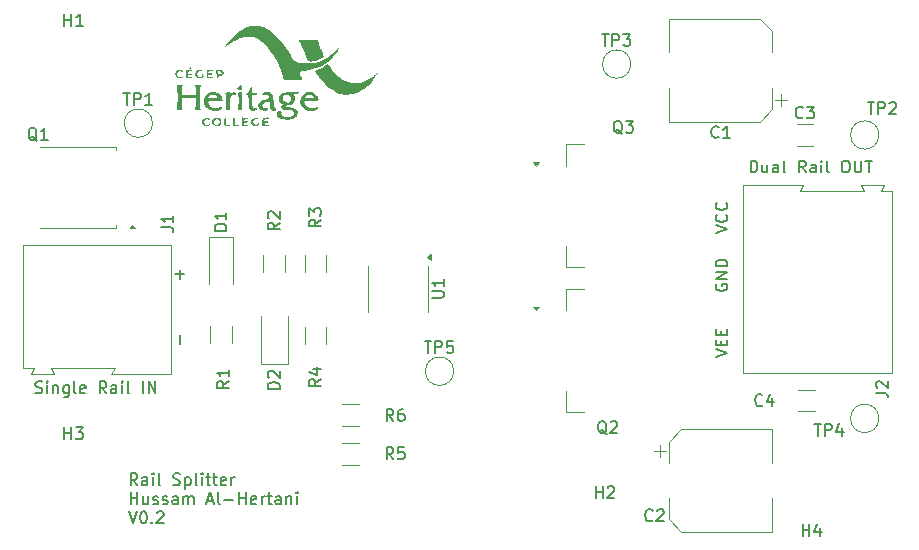
<source format=gto>
%TF.GenerationSoftware,KiCad,Pcbnew,8.0.0*%
%TF.CreationDate,2024-05-07T14:35:02-04:00*%
%TF.ProjectId,RailSplitter,5261696c-5370-46c6-9974-7465722e6b69,rev?*%
%TF.SameCoordinates,Original*%
%TF.FileFunction,Legend,Top*%
%TF.FilePolarity,Positive*%
%FSLAX46Y46*%
G04 Gerber Fmt 4.6, Leading zero omitted, Abs format (unit mm)*
G04 Created by KiCad (PCBNEW 8.0.0) date 2024-05-07 14:35:02*
%MOMM*%
%LPD*%
G01*
G04 APERTURE LIST*
%ADD10C,0.150000*%
%ADD11C,0.120000*%
%ADD12C,0.000000*%
G04 APERTURE END LIST*
D10*
X209417438Y-73139411D02*
X209369819Y-73234649D01*
X209369819Y-73234649D02*
X209369819Y-73377506D01*
X209369819Y-73377506D02*
X209417438Y-73520363D01*
X209417438Y-73520363D02*
X209512676Y-73615601D01*
X209512676Y-73615601D02*
X209607914Y-73663220D01*
X209607914Y-73663220D02*
X209798390Y-73710839D01*
X209798390Y-73710839D02*
X209941247Y-73710839D01*
X209941247Y-73710839D02*
X210131723Y-73663220D01*
X210131723Y-73663220D02*
X210226961Y-73615601D01*
X210226961Y-73615601D02*
X210322200Y-73520363D01*
X210322200Y-73520363D02*
X210369819Y-73377506D01*
X210369819Y-73377506D02*
X210369819Y-73282268D01*
X210369819Y-73282268D02*
X210322200Y-73139411D01*
X210322200Y-73139411D02*
X210274580Y-73091792D01*
X210274580Y-73091792D02*
X209941247Y-73091792D01*
X209941247Y-73091792D02*
X209941247Y-73282268D01*
X210369819Y-72663220D02*
X209369819Y-72663220D01*
X209369819Y-72663220D02*
X210369819Y-72091792D01*
X210369819Y-72091792D02*
X209369819Y-72091792D01*
X210369819Y-71615601D02*
X209369819Y-71615601D01*
X209369819Y-71615601D02*
X209369819Y-71377506D01*
X209369819Y-71377506D02*
X209417438Y-71234649D01*
X209417438Y-71234649D02*
X209512676Y-71139411D01*
X209512676Y-71139411D02*
X209607914Y-71091792D01*
X209607914Y-71091792D02*
X209798390Y-71044173D01*
X209798390Y-71044173D02*
X209941247Y-71044173D01*
X209941247Y-71044173D02*
X210131723Y-71091792D01*
X210131723Y-71091792D02*
X210226961Y-71139411D01*
X210226961Y-71139411D02*
X210322200Y-71234649D01*
X210322200Y-71234649D02*
X210369819Y-71377506D01*
X210369819Y-71377506D02*
X210369819Y-71615601D01*
X151789160Y-82322200D02*
X151932017Y-82369819D01*
X151932017Y-82369819D02*
X152170112Y-82369819D01*
X152170112Y-82369819D02*
X152265350Y-82322200D01*
X152265350Y-82322200D02*
X152312969Y-82274580D01*
X152312969Y-82274580D02*
X152360588Y-82179342D01*
X152360588Y-82179342D02*
X152360588Y-82084104D01*
X152360588Y-82084104D02*
X152312969Y-81988866D01*
X152312969Y-81988866D02*
X152265350Y-81941247D01*
X152265350Y-81941247D02*
X152170112Y-81893628D01*
X152170112Y-81893628D02*
X151979636Y-81846009D01*
X151979636Y-81846009D02*
X151884398Y-81798390D01*
X151884398Y-81798390D02*
X151836779Y-81750771D01*
X151836779Y-81750771D02*
X151789160Y-81655533D01*
X151789160Y-81655533D02*
X151789160Y-81560295D01*
X151789160Y-81560295D02*
X151836779Y-81465057D01*
X151836779Y-81465057D02*
X151884398Y-81417438D01*
X151884398Y-81417438D02*
X151979636Y-81369819D01*
X151979636Y-81369819D02*
X152217731Y-81369819D01*
X152217731Y-81369819D02*
X152360588Y-81417438D01*
X152789160Y-82369819D02*
X152789160Y-81703152D01*
X152789160Y-81369819D02*
X152741541Y-81417438D01*
X152741541Y-81417438D02*
X152789160Y-81465057D01*
X152789160Y-81465057D02*
X152836779Y-81417438D01*
X152836779Y-81417438D02*
X152789160Y-81369819D01*
X152789160Y-81369819D02*
X152789160Y-81465057D01*
X153265350Y-81703152D02*
X153265350Y-82369819D01*
X153265350Y-81798390D02*
X153312969Y-81750771D01*
X153312969Y-81750771D02*
X153408207Y-81703152D01*
X153408207Y-81703152D02*
X153551064Y-81703152D01*
X153551064Y-81703152D02*
X153646302Y-81750771D01*
X153646302Y-81750771D02*
X153693921Y-81846009D01*
X153693921Y-81846009D02*
X153693921Y-82369819D01*
X154598683Y-81703152D02*
X154598683Y-82512676D01*
X154598683Y-82512676D02*
X154551064Y-82607914D01*
X154551064Y-82607914D02*
X154503445Y-82655533D01*
X154503445Y-82655533D02*
X154408207Y-82703152D01*
X154408207Y-82703152D02*
X154265350Y-82703152D01*
X154265350Y-82703152D02*
X154170112Y-82655533D01*
X154598683Y-82322200D02*
X154503445Y-82369819D01*
X154503445Y-82369819D02*
X154312969Y-82369819D01*
X154312969Y-82369819D02*
X154217731Y-82322200D01*
X154217731Y-82322200D02*
X154170112Y-82274580D01*
X154170112Y-82274580D02*
X154122493Y-82179342D01*
X154122493Y-82179342D02*
X154122493Y-81893628D01*
X154122493Y-81893628D02*
X154170112Y-81798390D01*
X154170112Y-81798390D02*
X154217731Y-81750771D01*
X154217731Y-81750771D02*
X154312969Y-81703152D01*
X154312969Y-81703152D02*
X154503445Y-81703152D01*
X154503445Y-81703152D02*
X154598683Y-81750771D01*
X155217731Y-82369819D02*
X155122493Y-82322200D01*
X155122493Y-82322200D02*
X155074874Y-82226961D01*
X155074874Y-82226961D02*
X155074874Y-81369819D01*
X155979636Y-82322200D02*
X155884398Y-82369819D01*
X155884398Y-82369819D02*
X155693922Y-82369819D01*
X155693922Y-82369819D02*
X155598684Y-82322200D01*
X155598684Y-82322200D02*
X155551065Y-82226961D01*
X155551065Y-82226961D02*
X155551065Y-81846009D01*
X155551065Y-81846009D02*
X155598684Y-81750771D01*
X155598684Y-81750771D02*
X155693922Y-81703152D01*
X155693922Y-81703152D02*
X155884398Y-81703152D01*
X155884398Y-81703152D02*
X155979636Y-81750771D01*
X155979636Y-81750771D02*
X156027255Y-81846009D01*
X156027255Y-81846009D02*
X156027255Y-81941247D01*
X156027255Y-81941247D02*
X155551065Y-82036485D01*
X157789160Y-82369819D02*
X157455827Y-81893628D01*
X157217732Y-82369819D02*
X157217732Y-81369819D01*
X157217732Y-81369819D02*
X157598684Y-81369819D01*
X157598684Y-81369819D02*
X157693922Y-81417438D01*
X157693922Y-81417438D02*
X157741541Y-81465057D01*
X157741541Y-81465057D02*
X157789160Y-81560295D01*
X157789160Y-81560295D02*
X157789160Y-81703152D01*
X157789160Y-81703152D02*
X157741541Y-81798390D01*
X157741541Y-81798390D02*
X157693922Y-81846009D01*
X157693922Y-81846009D02*
X157598684Y-81893628D01*
X157598684Y-81893628D02*
X157217732Y-81893628D01*
X158646303Y-82369819D02*
X158646303Y-81846009D01*
X158646303Y-81846009D02*
X158598684Y-81750771D01*
X158598684Y-81750771D02*
X158503446Y-81703152D01*
X158503446Y-81703152D02*
X158312970Y-81703152D01*
X158312970Y-81703152D02*
X158217732Y-81750771D01*
X158646303Y-82322200D02*
X158551065Y-82369819D01*
X158551065Y-82369819D02*
X158312970Y-82369819D01*
X158312970Y-82369819D02*
X158217732Y-82322200D01*
X158217732Y-82322200D02*
X158170113Y-82226961D01*
X158170113Y-82226961D02*
X158170113Y-82131723D01*
X158170113Y-82131723D02*
X158217732Y-82036485D01*
X158217732Y-82036485D02*
X158312970Y-81988866D01*
X158312970Y-81988866D02*
X158551065Y-81988866D01*
X158551065Y-81988866D02*
X158646303Y-81941247D01*
X159122494Y-82369819D02*
X159122494Y-81703152D01*
X159122494Y-81369819D02*
X159074875Y-81417438D01*
X159074875Y-81417438D02*
X159122494Y-81465057D01*
X159122494Y-81465057D02*
X159170113Y-81417438D01*
X159170113Y-81417438D02*
X159122494Y-81369819D01*
X159122494Y-81369819D02*
X159122494Y-81465057D01*
X159741541Y-82369819D02*
X159646303Y-82322200D01*
X159646303Y-82322200D02*
X159598684Y-82226961D01*
X159598684Y-82226961D02*
X159598684Y-81369819D01*
X160884399Y-82369819D02*
X160884399Y-81369819D01*
X161360589Y-82369819D02*
X161360589Y-81369819D01*
X161360589Y-81369819D02*
X161932017Y-82369819D01*
X161932017Y-82369819D02*
X161932017Y-81369819D01*
X212336779Y-63667996D02*
X212336779Y-62667996D01*
X212336779Y-62667996D02*
X212574874Y-62667996D01*
X212574874Y-62667996D02*
X212717731Y-62715615D01*
X212717731Y-62715615D02*
X212812969Y-62810853D01*
X212812969Y-62810853D02*
X212860588Y-62906091D01*
X212860588Y-62906091D02*
X212908207Y-63096567D01*
X212908207Y-63096567D02*
X212908207Y-63239424D01*
X212908207Y-63239424D02*
X212860588Y-63429900D01*
X212860588Y-63429900D02*
X212812969Y-63525138D01*
X212812969Y-63525138D02*
X212717731Y-63620377D01*
X212717731Y-63620377D02*
X212574874Y-63667996D01*
X212574874Y-63667996D02*
X212336779Y-63667996D01*
X213765350Y-63001329D02*
X213765350Y-63667996D01*
X213336779Y-63001329D02*
X213336779Y-63525138D01*
X213336779Y-63525138D02*
X213384398Y-63620377D01*
X213384398Y-63620377D02*
X213479636Y-63667996D01*
X213479636Y-63667996D02*
X213622493Y-63667996D01*
X213622493Y-63667996D02*
X213717731Y-63620377D01*
X213717731Y-63620377D02*
X213765350Y-63572757D01*
X214670112Y-63667996D02*
X214670112Y-63144186D01*
X214670112Y-63144186D02*
X214622493Y-63048948D01*
X214622493Y-63048948D02*
X214527255Y-63001329D01*
X214527255Y-63001329D02*
X214336779Y-63001329D01*
X214336779Y-63001329D02*
X214241541Y-63048948D01*
X214670112Y-63620377D02*
X214574874Y-63667996D01*
X214574874Y-63667996D02*
X214336779Y-63667996D01*
X214336779Y-63667996D02*
X214241541Y-63620377D01*
X214241541Y-63620377D02*
X214193922Y-63525138D01*
X214193922Y-63525138D02*
X214193922Y-63429900D01*
X214193922Y-63429900D02*
X214241541Y-63334662D01*
X214241541Y-63334662D02*
X214336779Y-63287043D01*
X214336779Y-63287043D02*
X214574874Y-63287043D01*
X214574874Y-63287043D02*
X214670112Y-63239424D01*
X215289160Y-63667996D02*
X215193922Y-63620377D01*
X215193922Y-63620377D02*
X215146303Y-63525138D01*
X215146303Y-63525138D02*
X215146303Y-62667996D01*
X217003446Y-63667996D02*
X216670113Y-63191805D01*
X216432018Y-63667996D02*
X216432018Y-62667996D01*
X216432018Y-62667996D02*
X216812970Y-62667996D01*
X216812970Y-62667996D02*
X216908208Y-62715615D01*
X216908208Y-62715615D02*
X216955827Y-62763234D01*
X216955827Y-62763234D02*
X217003446Y-62858472D01*
X217003446Y-62858472D02*
X217003446Y-63001329D01*
X217003446Y-63001329D02*
X216955827Y-63096567D01*
X216955827Y-63096567D02*
X216908208Y-63144186D01*
X216908208Y-63144186D02*
X216812970Y-63191805D01*
X216812970Y-63191805D02*
X216432018Y-63191805D01*
X217860589Y-63667996D02*
X217860589Y-63144186D01*
X217860589Y-63144186D02*
X217812970Y-63048948D01*
X217812970Y-63048948D02*
X217717732Y-63001329D01*
X217717732Y-63001329D02*
X217527256Y-63001329D01*
X217527256Y-63001329D02*
X217432018Y-63048948D01*
X217860589Y-63620377D02*
X217765351Y-63667996D01*
X217765351Y-63667996D02*
X217527256Y-63667996D01*
X217527256Y-63667996D02*
X217432018Y-63620377D01*
X217432018Y-63620377D02*
X217384399Y-63525138D01*
X217384399Y-63525138D02*
X217384399Y-63429900D01*
X217384399Y-63429900D02*
X217432018Y-63334662D01*
X217432018Y-63334662D02*
X217527256Y-63287043D01*
X217527256Y-63287043D02*
X217765351Y-63287043D01*
X217765351Y-63287043D02*
X217860589Y-63239424D01*
X218336780Y-63667996D02*
X218336780Y-63001329D01*
X218336780Y-62667996D02*
X218289161Y-62715615D01*
X218289161Y-62715615D02*
X218336780Y-62763234D01*
X218336780Y-62763234D02*
X218384399Y-62715615D01*
X218384399Y-62715615D02*
X218336780Y-62667996D01*
X218336780Y-62667996D02*
X218336780Y-62763234D01*
X218955827Y-63667996D02*
X218860589Y-63620377D01*
X218860589Y-63620377D02*
X218812970Y-63525138D01*
X218812970Y-63525138D02*
X218812970Y-62667996D01*
X220289161Y-62667996D02*
X220479637Y-62667996D01*
X220479637Y-62667996D02*
X220574875Y-62715615D01*
X220574875Y-62715615D02*
X220670113Y-62810853D01*
X220670113Y-62810853D02*
X220717732Y-63001329D01*
X220717732Y-63001329D02*
X220717732Y-63334662D01*
X220717732Y-63334662D02*
X220670113Y-63525138D01*
X220670113Y-63525138D02*
X220574875Y-63620377D01*
X220574875Y-63620377D02*
X220479637Y-63667996D01*
X220479637Y-63667996D02*
X220289161Y-63667996D01*
X220289161Y-63667996D02*
X220193923Y-63620377D01*
X220193923Y-63620377D02*
X220098685Y-63525138D01*
X220098685Y-63525138D02*
X220051066Y-63334662D01*
X220051066Y-63334662D02*
X220051066Y-63001329D01*
X220051066Y-63001329D02*
X220098685Y-62810853D01*
X220098685Y-62810853D02*
X220193923Y-62715615D01*
X220193923Y-62715615D02*
X220289161Y-62667996D01*
X221146304Y-62667996D02*
X221146304Y-63477519D01*
X221146304Y-63477519D02*
X221193923Y-63572757D01*
X221193923Y-63572757D02*
X221241542Y-63620377D01*
X221241542Y-63620377D02*
X221336780Y-63667996D01*
X221336780Y-63667996D02*
X221527256Y-63667996D01*
X221527256Y-63667996D02*
X221622494Y-63620377D01*
X221622494Y-63620377D02*
X221670113Y-63572757D01*
X221670113Y-63572757D02*
X221717732Y-63477519D01*
X221717732Y-63477519D02*
X221717732Y-62667996D01*
X222051066Y-62667996D02*
X222622494Y-62667996D01*
X222336780Y-63667996D02*
X222336780Y-62667996D01*
X163988866Y-72663220D02*
X163988866Y-71901316D01*
X164369819Y-72282268D02*
X163607914Y-72282268D01*
X160408207Y-90149931D02*
X160074874Y-89673740D01*
X159836779Y-90149931D02*
X159836779Y-89149931D01*
X159836779Y-89149931D02*
X160217731Y-89149931D01*
X160217731Y-89149931D02*
X160312969Y-89197550D01*
X160312969Y-89197550D02*
X160360588Y-89245169D01*
X160360588Y-89245169D02*
X160408207Y-89340407D01*
X160408207Y-89340407D02*
X160408207Y-89483264D01*
X160408207Y-89483264D02*
X160360588Y-89578502D01*
X160360588Y-89578502D02*
X160312969Y-89626121D01*
X160312969Y-89626121D02*
X160217731Y-89673740D01*
X160217731Y-89673740D02*
X159836779Y-89673740D01*
X161265350Y-90149931D02*
X161265350Y-89626121D01*
X161265350Y-89626121D02*
X161217731Y-89530883D01*
X161217731Y-89530883D02*
X161122493Y-89483264D01*
X161122493Y-89483264D02*
X160932017Y-89483264D01*
X160932017Y-89483264D02*
X160836779Y-89530883D01*
X161265350Y-90102312D02*
X161170112Y-90149931D01*
X161170112Y-90149931D02*
X160932017Y-90149931D01*
X160932017Y-90149931D02*
X160836779Y-90102312D01*
X160836779Y-90102312D02*
X160789160Y-90007073D01*
X160789160Y-90007073D02*
X160789160Y-89911835D01*
X160789160Y-89911835D02*
X160836779Y-89816597D01*
X160836779Y-89816597D02*
X160932017Y-89768978D01*
X160932017Y-89768978D02*
X161170112Y-89768978D01*
X161170112Y-89768978D02*
X161265350Y-89721359D01*
X161741541Y-90149931D02*
X161741541Y-89483264D01*
X161741541Y-89149931D02*
X161693922Y-89197550D01*
X161693922Y-89197550D02*
X161741541Y-89245169D01*
X161741541Y-89245169D02*
X161789160Y-89197550D01*
X161789160Y-89197550D02*
X161741541Y-89149931D01*
X161741541Y-89149931D02*
X161741541Y-89245169D01*
X162360588Y-90149931D02*
X162265350Y-90102312D01*
X162265350Y-90102312D02*
X162217731Y-90007073D01*
X162217731Y-90007073D02*
X162217731Y-89149931D01*
X163455827Y-90102312D02*
X163598684Y-90149931D01*
X163598684Y-90149931D02*
X163836779Y-90149931D01*
X163836779Y-90149931D02*
X163932017Y-90102312D01*
X163932017Y-90102312D02*
X163979636Y-90054692D01*
X163979636Y-90054692D02*
X164027255Y-89959454D01*
X164027255Y-89959454D02*
X164027255Y-89864216D01*
X164027255Y-89864216D02*
X163979636Y-89768978D01*
X163979636Y-89768978D02*
X163932017Y-89721359D01*
X163932017Y-89721359D02*
X163836779Y-89673740D01*
X163836779Y-89673740D02*
X163646303Y-89626121D01*
X163646303Y-89626121D02*
X163551065Y-89578502D01*
X163551065Y-89578502D02*
X163503446Y-89530883D01*
X163503446Y-89530883D02*
X163455827Y-89435645D01*
X163455827Y-89435645D02*
X163455827Y-89340407D01*
X163455827Y-89340407D02*
X163503446Y-89245169D01*
X163503446Y-89245169D02*
X163551065Y-89197550D01*
X163551065Y-89197550D02*
X163646303Y-89149931D01*
X163646303Y-89149931D02*
X163884398Y-89149931D01*
X163884398Y-89149931D02*
X164027255Y-89197550D01*
X164455827Y-89483264D02*
X164455827Y-90483264D01*
X164455827Y-89530883D02*
X164551065Y-89483264D01*
X164551065Y-89483264D02*
X164741541Y-89483264D01*
X164741541Y-89483264D02*
X164836779Y-89530883D01*
X164836779Y-89530883D02*
X164884398Y-89578502D01*
X164884398Y-89578502D02*
X164932017Y-89673740D01*
X164932017Y-89673740D02*
X164932017Y-89959454D01*
X164932017Y-89959454D02*
X164884398Y-90054692D01*
X164884398Y-90054692D02*
X164836779Y-90102312D01*
X164836779Y-90102312D02*
X164741541Y-90149931D01*
X164741541Y-90149931D02*
X164551065Y-90149931D01*
X164551065Y-90149931D02*
X164455827Y-90102312D01*
X165503446Y-90149931D02*
X165408208Y-90102312D01*
X165408208Y-90102312D02*
X165360589Y-90007073D01*
X165360589Y-90007073D02*
X165360589Y-89149931D01*
X165884399Y-90149931D02*
X165884399Y-89483264D01*
X165884399Y-89149931D02*
X165836780Y-89197550D01*
X165836780Y-89197550D02*
X165884399Y-89245169D01*
X165884399Y-89245169D02*
X165932018Y-89197550D01*
X165932018Y-89197550D02*
X165884399Y-89149931D01*
X165884399Y-89149931D02*
X165884399Y-89245169D01*
X166217732Y-89483264D02*
X166598684Y-89483264D01*
X166360589Y-89149931D02*
X166360589Y-90007073D01*
X166360589Y-90007073D02*
X166408208Y-90102312D01*
X166408208Y-90102312D02*
X166503446Y-90149931D01*
X166503446Y-90149931D02*
X166598684Y-90149931D01*
X166789161Y-89483264D02*
X167170113Y-89483264D01*
X166932018Y-89149931D02*
X166932018Y-90007073D01*
X166932018Y-90007073D02*
X166979637Y-90102312D01*
X166979637Y-90102312D02*
X167074875Y-90149931D01*
X167074875Y-90149931D02*
X167170113Y-90149931D01*
X167884399Y-90102312D02*
X167789161Y-90149931D01*
X167789161Y-90149931D02*
X167598685Y-90149931D01*
X167598685Y-90149931D02*
X167503447Y-90102312D01*
X167503447Y-90102312D02*
X167455828Y-90007073D01*
X167455828Y-90007073D02*
X167455828Y-89626121D01*
X167455828Y-89626121D02*
X167503447Y-89530883D01*
X167503447Y-89530883D02*
X167598685Y-89483264D01*
X167598685Y-89483264D02*
X167789161Y-89483264D01*
X167789161Y-89483264D02*
X167884399Y-89530883D01*
X167884399Y-89530883D02*
X167932018Y-89626121D01*
X167932018Y-89626121D02*
X167932018Y-89721359D01*
X167932018Y-89721359D02*
X167455828Y-89816597D01*
X168360590Y-90149931D02*
X168360590Y-89483264D01*
X168360590Y-89673740D02*
X168408209Y-89578502D01*
X168408209Y-89578502D02*
X168455828Y-89530883D01*
X168455828Y-89530883D02*
X168551066Y-89483264D01*
X168551066Y-89483264D02*
X168646304Y-89483264D01*
X159836779Y-91759875D02*
X159836779Y-90759875D01*
X159836779Y-91236065D02*
X160408207Y-91236065D01*
X160408207Y-91759875D02*
X160408207Y-90759875D01*
X161312969Y-91093208D02*
X161312969Y-91759875D01*
X160884398Y-91093208D02*
X160884398Y-91617017D01*
X160884398Y-91617017D02*
X160932017Y-91712256D01*
X160932017Y-91712256D02*
X161027255Y-91759875D01*
X161027255Y-91759875D02*
X161170112Y-91759875D01*
X161170112Y-91759875D02*
X161265350Y-91712256D01*
X161265350Y-91712256D02*
X161312969Y-91664636D01*
X161741541Y-91712256D02*
X161836779Y-91759875D01*
X161836779Y-91759875D02*
X162027255Y-91759875D01*
X162027255Y-91759875D02*
X162122493Y-91712256D01*
X162122493Y-91712256D02*
X162170112Y-91617017D01*
X162170112Y-91617017D02*
X162170112Y-91569398D01*
X162170112Y-91569398D02*
X162122493Y-91474160D01*
X162122493Y-91474160D02*
X162027255Y-91426541D01*
X162027255Y-91426541D02*
X161884398Y-91426541D01*
X161884398Y-91426541D02*
X161789160Y-91378922D01*
X161789160Y-91378922D02*
X161741541Y-91283684D01*
X161741541Y-91283684D02*
X161741541Y-91236065D01*
X161741541Y-91236065D02*
X161789160Y-91140827D01*
X161789160Y-91140827D02*
X161884398Y-91093208D01*
X161884398Y-91093208D02*
X162027255Y-91093208D01*
X162027255Y-91093208D02*
X162122493Y-91140827D01*
X162551065Y-91712256D02*
X162646303Y-91759875D01*
X162646303Y-91759875D02*
X162836779Y-91759875D01*
X162836779Y-91759875D02*
X162932017Y-91712256D01*
X162932017Y-91712256D02*
X162979636Y-91617017D01*
X162979636Y-91617017D02*
X162979636Y-91569398D01*
X162979636Y-91569398D02*
X162932017Y-91474160D01*
X162932017Y-91474160D02*
X162836779Y-91426541D01*
X162836779Y-91426541D02*
X162693922Y-91426541D01*
X162693922Y-91426541D02*
X162598684Y-91378922D01*
X162598684Y-91378922D02*
X162551065Y-91283684D01*
X162551065Y-91283684D02*
X162551065Y-91236065D01*
X162551065Y-91236065D02*
X162598684Y-91140827D01*
X162598684Y-91140827D02*
X162693922Y-91093208D01*
X162693922Y-91093208D02*
X162836779Y-91093208D01*
X162836779Y-91093208D02*
X162932017Y-91140827D01*
X163836779Y-91759875D02*
X163836779Y-91236065D01*
X163836779Y-91236065D02*
X163789160Y-91140827D01*
X163789160Y-91140827D02*
X163693922Y-91093208D01*
X163693922Y-91093208D02*
X163503446Y-91093208D01*
X163503446Y-91093208D02*
X163408208Y-91140827D01*
X163836779Y-91712256D02*
X163741541Y-91759875D01*
X163741541Y-91759875D02*
X163503446Y-91759875D01*
X163503446Y-91759875D02*
X163408208Y-91712256D01*
X163408208Y-91712256D02*
X163360589Y-91617017D01*
X163360589Y-91617017D02*
X163360589Y-91521779D01*
X163360589Y-91521779D02*
X163408208Y-91426541D01*
X163408208Y-91426541D02*
X163503446Y-91378922D01*
X163503446Y-91378922D02*
X163741541Y-91378922D01*
X163741541Y-91378922D02*
X163836779Y-91331303D01*
X164312970Y-91759875D02*
X164312970Y-91093208D01*
X164312970Y-91188446D02*
X164360589Y-91140827D01*
X164360589Y-91140827D02*
X164455827Y-91093208D01*
X164455827Y-91093208D02*
X164598684Y-91093208D01*
X164598684Y-91093208D02*
X164693922Y-91140827D01*
X164693922Y-91140827D02*
X164741541Y-91236065D01*
X164741541Y-91236065D02*
X164741541Y-91759875D01*
X164741541Y-91236065D02*
X164789160Y-91140827D01*
X164789160Y-91140827D02*
X164884398Y-91093208D01*
X164884398Y-91093208D02*
X165027255Y-91093208D01*
X165027255Y-91093208D02*
X165122494Y-91140827D01*
X165122494Y-91140827D02*
X165170113Y-91236065D01*
X165170113Y-91236065D02*
X165170113Y-91759875D01*
X166360589Y-91474160D02*
X166836779Y-91474160D01*
X166265351Y-91759875D02*
X166598684Y-90759875D01*
X166598684Y-90759875D02*
X166932017Y-91759875D01*
X167408208Y-91759875D02*
X167312970Y-91712256D01*
X167312970Y-91712256D02*
X167265351Y-91617017D01*
X167265351Y-91617017D02*
X167265351Y-90759875D01*
X167789161Y-91378922D02*
X168551066Y-91378922D01*
X169027256Y-91759875D02*
X169027256Y-90759875D01*
X169027256Y-91236065D02*
X169598684Y-91236065D01*
X169598684Y-91759875D02*
X169598684Y-90759875D01*
X170455827Y-91712256D02*
X170360589Y-91759875D01*
X170360589Y-91759875D02*
X170170113Y-91759875D01*
X170170113Y-91759875D02*
X170074875Y-91712256D01*
X170074875Y-91712256D02*
X170027256Y-91617017D01*
X170027256Y-91617017D02*
X170027256Y-91236065D01*
X170027256Y-91236065D02*
X170074875Y-91140827D01*
X170074875Y-91140827D02*
X170170113Y-91093208D01*
X170170113Y-91093208D02*
X170360589Y-91093208D01*
X170360589Y-91093208D02*
X170455827Y-91140827D01*
X170455827Y-91140827D02*
X170503446Y-91236065D01*
X170503446Y-91236065D02*
X170503446Y-91331303D01*
X170503446Y-91331303D02*
X170027256Y-91426541D01*
X170932018Y-91759875D02*
X170932018Y-91093208D01*
X170932018Y-91283684D02*
X170979637Y-91188446D01*
X170979637Y-91188446D02*
X171027256Y-91140827D01*
X171027256Y-91140827D02*
X171122494Y-91093208D01*
X171122494Y-91093208D02*
X171217732Y-91093208D01*
X171408209Y-91093208D02*
X171789161Y-91093208D01*
X171551066Y-90759875D02*
X171551066Y-91617017D01*
X171551066Y-91617017D02*
X171598685Y-91712256D01*
X171598685Y-91712256D02*
X171693923Y-91759875D01*
X171693923Y-91759875D02*
X171789161Y-91759875D01*
X172551066Y-91759875D02*
X172551066Y-91236065D01*
X172551066Y-91236065D02*
X172503447Y-91140827D01*
X172503447Y-91140827D02*
X172408209Y-91093208D01*
X172408209Y-91093208D02*
X172217733Y-91093208D01*
X172217733Y-91093208D02*
X172122495Y-91140827D01*
X172551066Y-91712256D02*
X172455828Y-91759875D01*
X172455828Y-91759875D02*
X172217733Y-91759875D01*
X172217733Y-91759875D02*
X172122495Y-91712256D01*
X172122495Y-91712256D02*
X172074876Y-91617017D01*
X172074876Y-91617017D02*
X172074876Y-91521779D01*
X172074876Y-91521779D02*
X172122495Y-91426541D01*
X172122495Y-91426541D02*
X172217733Y-91378922D01*
X172217733Y-91378922D02*
X172455828Y-91378922D01*
X172455828Y-91378922D02*
X172551066Y-91331303D01*
X173027257Y-91093208D02*
X173027257Y-91759875D01*
X173027257Y-91188446D02*
X173074876Y-91140827D01*
X173074876Y-91140827D02*
X173170114Y-91093208D01*
X173170114Y-91093208D02*
X173312971Y-91093208D01*
X173312971Y-91093208D02*
X173408209Y-91140827D01*
X173408209Y-91140827D02*
X173455828Y-91236065D01*
X173455828Y-91236065D02*
X173455828Y-91759875D01*
X173932019Y-91759875D02*
X173932019Y-91093208D01*
X173932019Y-90759875D02*
X173884400Y-90807494D01*
X173884400Y-90807494D02*
X173932019Y-90855113D01*
X173932019Y-90855113D02*
X173979638Y-90807494D01*
X173979638Y-90807494D02*
X173932019Y-90759875D01*
X173932019Y-90759875D02*
X173932019Y-90855113D01*
X159693922Y-92369819D02*
X160027255Y-93369819D01*
X160027255Y-93369819D02*
X160360588Y-92369819D01*
X160884398Y-92369819D02*
X160979636Y-92369819D01*
X160979636Y-92369819D02*
X161074874Y-92417438D01*
X161074874Y-92417438D02*
X161122493Y-92465057D01*
X161122493Y-92465057D02*
X161170112Y-92560295D01*
X161170112Y-92560295D02*
X161217731Y-92750771D01*
X161217731Y-92750771D02*
X161217731Y-92988866D01*
X161217731Y-92988866D02*
X161170112Y-93179342D01*
X161170112Y-93179342D02*
X161122493Y-93274580D01*
X161122493Y-93274580D02*
X161074874Y-93322200D01*
X161074874Y-93322200D02*
X160979636Y-93369819D01*
X160979636Y-93369819D02*
X160884398Y-93369819D01*
X160884398Y-93369819D02*
X160789160Y-93322200D01*
X160789160Y-93322200D02*
X160741541Y-93274580D01*
X160741541Y-93274580D02*
X160693922Y-93179342D01*
X160693922Y-93179342D02*
X160646303Y-92988866D01*
X160646303Y-92988866D02*
X160646303Y-92750771D01*
X160646303Y-92750771D02*
X160693922Y-92560295D01*
X160693922Y-92560295D02*
X160741541Y-92465057D01*
X160741541Y-92465057D02*
X160789160Y-92417438D01*
X160789160Y-92417438D02*
X160884398Y-92369819D01*
X161646303Y-93274580D02*
X161693922Y-93322200D01*
X161693922Y-93322200D02*
X161646303Y-93369819D01*
X161646303Y-93369819D02*
X161598684Y-93322200D01*
X161598684Y-93322200D02*
X161646303Y-93274580D01*
X161646303Y-93274580D02*
X161646303Y-93369819D01*
X162074874Y-92465057D02*
X162122493Y-92417438D01*
X162122493Y-92417438D02*
X162217731Y-92369819D01*
X162217731Y-92369819D02*
X162455826Y-92369819D01*
X162455826Y-92369819D02*
X162551064Y-92417438D01*
X162551064Y-92417438D02*
X162598683Y-92465057D01*
X162598683Y-92465057D02*
X162646302Y-92560295D01*
X162646302Y-92560295D02*
X162646302Y-92655533D01*
X162646302Y-92655533D02*
X162598683Y-92798390D01*
X162598683Y-92798390D02*
X162027255Y-93369819D01*
X162027255Y-93369819D02*
X162646302Y-93369819D01*
X209369819Y-68806077D02*
X210369819Y-68472744D01*
X210369819Y-68472744D02*
X209369819Y-68139411D01*
X210274580Y-67234649D02*
X210322200Y-67282268D01*
X210322200Y-67282268D02*
X210369819Y-67425125D01*
X210369819Y-67425125D02*
X210369819Y-67520363D01*
X210369819Y-67520363D02*
X210322200Y-67663220D01*
X210322200Y-67663220D02*
X210226961Y-67758458D01*
X210226961Y-67758458D02*
X210131723Y-67806077D01*
X210131723Y-67806077D02*
X209941247Y-67853696D01*
X209941247Y-67853696D02*
X209798390Y-67853696D01*
X209798390Y-67853696D02*
X209607914Y-67806077D01*
X209607914Y-67806077D02*
X209512676Y-67758458D01*
X209512676Y-67758458D02*
X209417438Y-67663220D01*
X209417438Y-67663220D02*
X209369819Y-67520363D01*
X209369819Y-67520363D02*
X209369819Y-67425125D01*
X209369819Y-67425125D02*
X209417438Y-67282268D01*
X209417438Y-67282268D02*
X209465057Y-67234649D01*
X210274580Y-66234649D02*
X210322200Y-66282268D01*
X210322200Y-66282268D02*
X210369819Y-66425125D01*
X210369819Y-66425125D02*
X210369819Y-66520363D01*
X210369819Y-66520363D02*
X210322200Y-66663220D01*
X210322200Y-66663220D02*
X210226961Y-66758458D01*
X210226961Y-66758458D02*
X210131723Y-66806077D01*
X210131723Y-66806077D02*
X209941247Y-66853696D01*
X209941247Y-66853696D02*
X209798390Y-66853696D01*
X209798390Y-66853696D02*
X209607914Y-66806077D01*
X209607914Y-66806077D02*
X209512676Y-66758458D01*
X209512676Y-66758458D02*
X209417438Y-66663220D01*
X209417438Y-66663220D02*
X209369819Y-66520363D01*
X209369819Y-66520363D02*
X209369819Y-66425125D01*
X209369819Y-66425125D02*
X209417438Y-66282268D01*
X209417438Y-66282268D02*
X209465057Y-66234649D01*
X163988866Y-78163220D02*
X163988866Y-77401316D01*
X209369819Y-79306077D02*
X210369819Y-78972744D01*
X210369819Y-78972744D02*
X209369819Y-78639411D01*
X209846009Y-78306077D02*
X209846009Y-77972744D01*
X210369819Y-77829887D02*
X210369819Y-78306077D01*
X210369819Y-78306077D02*
X209369819Y-78306077D01*
X209369819Y-78306077D02*
X209369819Y-77829887D01*
X209846009Y-77401315D02*
X209846009Y-77067982D01*
X210369819Y-76925125D02*
X210369819Y-77401315D01*
X210369819Y-77401315D02*
X209369819Y-77401315D01*
X209369819Y-77401315D02*
X209369819Y-76925125D01*
X172454819Y-81988094D02*
X171454819Y-81988094D01*
X171454819Y-81988094D02*
X171454819Y-81749999D01*
X171454819Y-81749999D02*
X171502438Y-81607142D01*
X171502438Y-81607142D02*
X171597676Y-81511904D01*
X171597676Y-81511904D02*
X171692914Y-81464285D01*
X171692914Y-81464285D02*
X171883390Y-81416666D01*
X171883390Y-81416666D02*
X172026247Y-81416666D01*
X172026247Y-81416666D02*
X172216723Y-81464285D01*
X172216723Y-81464285D02*
X172311961Y-81511904D01*
X172311961Y-81511904D02*
X172407200Y-81607142D01*
X172407200Y-81607142D02*
X172454819Y-81749999D01*
X172454819Y-81749999D02*
X172454819Y-81988094D01*
X171550057Y-81035713D02*
X171502438Y-80988094D01*
X171502438Y-80988094D02*
X171454819Y-80892856D01*
X171454819Y-80892856D02*
X171454819Y-80654761D01*
X171454819Y-80654761D02*
X171502438Y-80559523D01*
X171502438Y-80559523D02*
X171550057Y-80511904D01*
X171550057Y-80511904D02*
X171645295Y-80464285D01*
X171645295Y-80464285D02*
X171740533Y-80464285D01*
X171740533Y-80464285D02*
X171883390Y-80511904D01*
X171883390Y-80511904D02*
X172454819Y-81083332D01*
X172454819Y-81083332D02*
X172454819Y-80464285D01*
X209633333Y-60659580D02*
X209585714Y-60707200D01*
X209585714Y-60707200D02*
X209442857Y-60754819D01*
X209442857Y-60754819D02*
X209347619Y-60754819D01*
X209347619Y-60754819D02*
X209204762Y-60707200D01*
X209204762Y-60707200D02*
X209109524Y-60611961D01*
X209109524Y-60611961D02*
X209061905Y-60516723D01*
X209061905Y-60516723D02*
X209014286Y-60326247D01*
X209014286Y-60326247D02*
X209014286Y-60183390D01*
X209014286Y-60183390D02*
X209061905Y-59992914D01*
X209061905Y-59992914D02*
X209109524Y-59897676D01*
X209109524Y-59897676D02*
X209204762Y-59802438D01*
X209204762Y-59802438D02*
X209347619Y-59754819D01*
X209347619Y-59754819D02*
X209442857Y-59754819D01*
X209442857Y-59754819D02*
X209585714Y-59802438D01*
X209585714Y-59802438D02*
X209633333Y-59850057D01*
X210585714Y-60754819D02*
X210014286Y-60754819D01*
X210300000Y-60754819D02*
X210300000Y-59754819D01*
X210300000Y-59754819D02*
X210204762Y-59897676D01*
X210204762Y-59897676D02*
X210109524Y-59992914D01*
X210109524Y-59992914D02*
X210014286Y-60040533D01*
X222238095Y-57704819D02*
X222809523Y-57704819D01*
X222523809Y-58704819D02*
X222523809Y-57704819D01*
X223142857Y-58704819D02*
X223142857Y-57704819D01*
X223142857Y-57704819D02*
X223523809Y-57704819D01*
X223523809Y-57704819D02*
X223619047Y-57752438D01*
X223619047Y-57752438D02*
X223666666Y-57800057D01*
X223666666Y-57800057D02*
X223714285Y-57895295D01*
X223714285Y-57895295D02*
X223714285Y-58038152D01*
X223714285Y-58038152D02*
X223666666Y-58133390D01*
X223666666Y-58133390D02*
X223619047Y-58181009D01*
X223619047Y-58181009D02*
X223523809Y-58228628D01*
X223523809Y-58228628D02*
X223142857Y-58228628D01*
X224095238Y-57800057D02*
X224142857Y-57752438D01*
X224142857Y-57752438D02*
X224238095Y-57704819D01*
X224238095Y-57704819D02*
X224476190Y-57704819D01*
X224476190Y-57704819D02*
X224571428Y-57752438D01*
X224571428Y-57752438D02*
X224619047Y-57800057D01*
X224619047Y-57800057D02*
X224666666Y-57895295D01*
X224666666Y-57895295D02*
X224666666Y-57990533D01*
X224666666Y-57990533D02*
X224619047Y-58133390D01*
X224619047Y-58133390D02*
X224047619Y-58704819D01*
X224047619Y-58704819D02*
X224666666Y-58704819D01*
X201479761Y-60400057D02*
X201384523Y-60352438D01*
X201384523Y-60352438D02*
X201289285Y-60257200D01*
X201289285Y-60257200D02*
X201146428Y-60114342D01*
X201146428Y-60114342D02*
X201051190Y-60066723D01*
X201051190Y-60066723D02*
X200955952Y-60066723D01*
X201003571Y-60304819D02*
X200908333Y-60257200D01*
X200908333Y-60257200D02*
X200813095Y-60161961D01*
X200813095Y-60161961D02*
X200765476Y-59971485D01*
X200765476Y-59971485D02*
X200765476Y-59638152D01*
X200765476Y-59638152D02*
X200813095Y-59447676D01*
X200813095Y-59447676D02*
X200908333Y-59352438D01*
X200908333Y-59352438D02*
X201003571Y-59304819D01*
X201003571Y-59304819D02*
X201194047Y-59304819D01*
X201194047Y-59304819D02*
X201289285Y-59352438D01*
X201289285Y-59352438D02*
X201384523Y-59447676D01*
X201384523Y-59447676D02*
X201432142Y-59638152D01*
X201432142Y-59638152D02*
X201432142Y-59971485D01*
X201432142Y-59971485D02*
X201384523Y-60161961D01*
X201384523Y-60161961D02*
X201289285Y-60257200D01*
X201289285Y-60257200D02*
X201194047Y-60304819D01*
X201194047Y-60304819D02*
X201003571Y-60304819D01*
X201765476Y-59304819D02*
X202384523Y-59304819D01*
X202384523Y-59304819D02*
X202051190Y-59685771D01*
X202051190Y-59685771D02*
X202194047Y-59685771D01*
X202194047Y-59685771D02*
X202289285Y-59733390D01*
X202289285Y-59733390D02*
X202336904Y-59781009D01*
X202336904Y-59781009D02*
X202384523Y-59876247D01*
X202384523Y-59876247D02*
X202384523Y-60114342D01*
X202384523Y-60114342D02*
X202336904Y-60209580D01*
X202336904Y-60209580D02*
X202289285Y-60257200D01*
X202289285Y-60257200D02*
X202194047Y-60304819D01*
X202194047Y-60304819D02*
X201908333Y-60304819D01*
X201908333Y-60304819D02*
X201813095Y-60257200D01*
X201813095Y-60257200D02*
X201765476Y-60209580D01*
X185354819Y-74286904D02*
X186164342Y-74286904D01*
X186164342Y-74286904D02*
X186259580Y-74239285D01*
X186259580Y-74239285D02*
X186307200Y-74191666D01*
X186307200Y-74191666D02*
X186354819Y-74096428D01*
X186354819Y-74096428D02*
X186354819Y-73905952D01*
X186354819Y-73905952D02*
X186307200Y-73810714D01*
X186307200Y-73810714D02*
X186259580Y-73763095D01*
X186259580Y-73763095D02*
X186164342Y-73715476D01*
X186164342Y-73715476D02*
X185354819Y-73715476D01*
X186354819Y-72715476D02*
X186354819Y-73286904D01*
X186354819Y-73001190D02*
X185354819Y-73001190D01*
X185354819Y-73001190D02*
X185497676Y-73096428D01*
X185497676Y-73096428D02*
X185592914Y-73191666D01*
X185592914Y-73191666D02*
X185640533Y-73286904D01*
X172454819Y-67916666D02*
X171978628Y-68249999D01*
X172454819Y-68488094D02*
X171454819Y-68488094D01*
X171454819Y-68488094D02*
X171454819Y-68107142D01*
X171454819Y-68107142D02*
X171502438Y-68011904D01*
X171502438Y-68011904D02*
X171550057Y-67964285D01*
X171550057Y-67964285D02*
X171645295Y-67916666D01*
X171645295Y-67916666D02*
X171788152Y-67916666D01*
X171788152Y-67916666D02*
X171883390Y-67964285D01*
X171883390Y-67964285D02*
X171931009Y-68011904D01*
X171931009Y-68011904D02*
X171978628Y-68107142D01*
X171978628Y-68107142D02*
X171978628Y-68488094D01*
X171550057Y-67535713D02*
X171502438Y-67488094D01*
X171502438Y-67488094D02*
X171454819Y-67392856D01*
X171454819Y-67392856D02*
X171454819Y-67154761D01*
X171454819Y-67154761D02*
X171502438Y-67059523D01*
X171502438Y-67059523D02*
X171550057Y-67011904D01*
X171550057Y-67011904D02*
X171645295Y-66964285D01*
X171645295Y-66964285D02*
X171740533Y-66964285D01*
X171740533Y-66964285D02*
X171883390Y-67011904D01*
X171883390Y-67011904D02*
X172454819Y-67583332D01*
X172454819Y-67583332D02*
X172454819Y-66964285D01*
X216738095Y-94454819D02*
X216738095Y-93454819D01*
X216738095Y-93931009D02*
X217309523Y-93931009D01*
X217309523Y-94454819D02*
X217309523Y-93454819D01*
X218214285Y-93788152D02*
X218214285Y-94454819D01*
X217976190Y-93407200D02*
X217738095Y-94121485D01*
X217738095Y-94121485D02*
X218357142Y-94121485D01*
X168154819Y-81329166D02*
X167678628Y-81662499D01*
X168154819Y-81900594D02*
X167154819Y-81900594D01*
X167154819Y-81900594D02*
X167154819Y-81519642D01*
X167154819Y-81519642D02*
X167202438Y-81424404D01*
X167202438Y-81424404D02*
X167250057Y-81376785D01*
X167250057Y-81376785D02*
X167345295Y-81329166D01*
X167345295Y-81329166D02*
X167488152Y-81329166D01*
X167488152Y-81329166D02*
X167583390Y-81376785D01*
X167583390Y-81376785D02*
X167631009Y-81424404D01*
X167631009Y-81424404D02*
X167678628Y-81519642D01*
X167678628Y-81519642D02*
X167678628Y-81900594D01*
X168154819Y-80376785D02*
X168154819Y-80948213D01*
X168154819Y-80662499D02*
X167154819Y-80662499D01*
X167154819Y-80662499D02*
X167297676Y-80757737D01*
X167297676Y-80757737D02*
X167392914Y-80852975D01*
X167392914Y-80852975D02*
X167440533Y-80948213D01*
X182083333Y-87954819D02*
X181750000Y-87478628D01*
X181511905Y-87954819D02*
X181511905Y-86954819D01*
X181511905Y-86954819D02*
X181892857Y-86954819D01*
X181892857Y-86954819D02*
X181988095Y-87002438D01*
X181988095Y-87002438D02*
X182035714Y-87050057D01*
X182035714Y-87050057D02*
X182083333Y-87145295D01*
X182083333Y-87145295D02*
X182083333Y-87288152D01*
X182083333Y-87288152D02*
X182035714Y-87383390D01*
X182035714Y-87383390D02*
X181988095Y-87431009D01*
X181988095Y-87431009D02*
X181892857Y-87478628D01*
X181892857Y-87478628D02*
X181511905Y-87478628D01*
X182988095Y-86954819D02*
X182511905Y-86954819D01*
X182511905Y-86954819D02*
X182464286Y-87431009D01*
X182464286Y-87431009D02*
X182511905Y-87383390D01*
X182511905Y-87383390D02*
X182607143Y-87335771D01*
X182607143Y-87335771D02*
X182845238Y-87335771D01*
X182845238Y-87335771D02*
X182940476Y-87383390D01*
X182940476Y-87383390D02*
X182988095Y-87431009D01*
X182988095Y-87431009D02*
X183035714Y-87526247D01*
X183035714Y-87526247D02*
X183035714Y-87764342D01*
X183035714Y-87764342D02*
X182988095Y-87859580D01*
X182988095Y-87859580D02*
X182940476Y-87907200D01*
X182940476Y-87907200D02*
X182845238Y-87954819D01*
X182845238Y-87954819D02*
X182607143Y-87954819D01*
X182607143Y-87954819D02*
X182511905Y-87907200D01*
X182511905Y-87907200D02*
X182464286Y-87859580D01*
X199238095Y-91254819D02*
X199238095Y-90254819D01*
X199238095Y-90731009D02*
X199809523Y-90731009D01*
X199809523Y-91254819D02*
X199809523Y-90254819D01*
X200238095Y-90350057D02*
X200285714Y-90302438D01*
X200285714Y-90302438D02*
X200380952Y-90254819D01*
X200380952Y-90254819D02*
X200619047Y-90254819D01*
X200619047Y-90254819D02*
X200714285Y-90302438D01*
X200714285Y-90302438D02*
X200761904Y-90350057D01*
X200761904Y-90350057D02*
X200809523Y-90445295D01*
X200809523Y-90445295D02*
X200809523Y-90540533D01*
X200809523Y-90540533D02*
X200761904Y-90683390D01*
X200761904Y-90683390D02*
X200190476Y-91254819D01*
X200190476Y-91254819D02*
X200809523Y-91254819D01*
X200154761Y-85825057D02*
X200059523Y-85777438D01*
X200059523Y-85777438D02*
X199964285Y-85682200D01*
X199964285Y-85682200D02*
X199821428Y-85539342D01*
X199821428Y-85539342D02*
X199726190Y-85491723D01*
X199726190Y-85491723D02*
X199630952Y-85491723D01*
X199678571Y-85729819D02*
X199583333Y-85682200D01*
X199583333Y-85682200D02*
X199488095Y-85586961D01*
X199488095Y-85586961D02*
X199440476Y-85396485D01*
X199440476Y-85396485D02*
X199440476Y-85063152D01*
X199440476Y-85063152D02*
X199488095Y-84872676D01*
X199488095Y-84872676D02*
X199583333Y-84777438D01*
X199583333Y-84777438D02*
X199678571Y-84729819D01*
X199678571Y-84729819D02*
X199869047Y-84729819D01*
X199869047Y-84729819D02*
X199964285Y-84777438D01*
X199964285Y-84777438D02*
X200059523Y-84872676D01*
X200059523Y-84872676D02*
X200107142Y-85063152D01*
X200107142Y-85063152D02*
X200107142Y-85396485D01*
X200107142Y-85396485D02*
X200059523Y-85586961D01*
X200059523Y-85586961D02*
X199964285Y-85682200D01*
X199964285Y-85682200D02*
X199869047Y-85729819D01*
X199869047Y-85729819D02*
X199678571Y-85729819D01*
X200488095Y-84825057D02*
X200535714Y-84777438D01*
X200535714Y-84777438D02*
X200630952Y-84729819D01*
X200630952Y-84729819D02*
X200869047Y-84729819D01*
X200869047Y-84729819D02*
X200964285Y-84777438D01*
X200964285Y-84777438D02*
X201011904Y-84825057D01*
X201011904Y-84825057D02*
X201059523Y-84920295D01*
X201059523Y-84920295D02*
X201059523Y-85015533D01*
X201059523Y-85015533D02*
X201011904Y-85158390D01*
X201011904Y-85158390D02*
X200440476Y-85729819D01*
X200440476Y-85729819D02*
X201059523Y-85729819D01*
X162454819Y-68333333D02*
X163169104Y-68333333D01*
X163169104Y-68333333D02*
X163311961Y-68380952D01*
X163311961Y-68380952D02*
X163407200Y-68476190D01*
X163407200Y-68476190D02*
X163454819Y-68619047D01*
X163454819Y-68619047D02*
X163454819Y-68714285D01*
X163454819Y-67333333D02*
X163454819Y-67904761D01*
X163454819Y-67619047D02*
X162454819Y-67619047D01*
X162454819Y-67619047D02*
X162597676Y-67714285D01*
X162597676Y-67714285D02*
X162692914Y-67809523D01*
X162692914Y-67809523D02*
X162740533Y-67904761D01*
X184738095Y-77956819D02*
X185309523Y-77956819D01*
X185023809Y-78956819D02*
X185023809Y-77956819D01*
X185642857Y-78956819D02*
X185642857Y-77956819D01*
X185642857Y-77956819D02*
X186023809Y-77956819D01*
X186023809Y-77956819D02*
X186119047Y-78004438D01*
X186119047Y-78004438D02*
X186166666Y-78052057D01*
X186166666Y-78052057D02*
X186214285Y-78147295D01*
X186214285Y-78147295D02*
X186214285Y-78290152D01*
X186214285Y-78290152D02*
X186166666Y-78385390D01*
X186166666Y-78385390D02*
X186119047Y-78433009D01*
X186119047Y-78433009D02*
X186023809Y-78480628D01*
X186023809Y-78480628D02*
X185642857Y-78480628D01*
X187119047Y-77956819D02*
X186642857Y-77956819D01*
X186642857Y-77956819D02*
X186595238Y-78433009D01*
X186595238Y-78433009D02*
X186642857Y-78385390D01*
X186642857Y-78385390D02*
X186738095Y-78337771D01*
X186738095Y-78337771D02*
X186976190Y-78337771D01*
X186976190Y-78337771D02*
X187071428Y-78385390D01*
X187071428Y-78385390D02*
X187119047Y-78433009D01*
X187119047Y-78433009D02*
X187166666Y-78528247D01*
X187166666Y-78528247D02*
X187166666Y-78766342D01*
X187166666Y-78766342D02*
X187119047Y-78861580D01*
X187119047Y-78861580D02*
X187071428Y-78909200D01*
X187071428Y-78909200D02*
X186976190Y-78956819D01*
X186976190Y-78956819D02*
X186738095Y-78956819D01*
X186738095Y-78956819D02*
X186642857Y-78909200D01*
X186642857Y-78909200D02*
X186595238Y-78861580D01*
X151919761Y-60995057D02*
X151824523Y-60947438D01*
X151824523Y-60947438D02*
X151729285Y-60852200D01*
X151729285Y-60852200D02*
X151586428Y-60709342D01*
X151586428Y-60709342D02*
X151491190Y-60661723D01*
X151491190Y-60661723D02*
X151395952Y-60661723D01*
X151443571Y-60899819D02*
X151348333Y-60852200D01*
X151348333Y-60852200D02*
X151253095Y-60756961D01*
X151253095Y-60756961D02*
X151205476Y-60566485D01*
X151205476Y-60566485D02*
X151205476Y-60233152D01*
X151205476Y-60233152D02*
X151253095Y-60042676D01*
X151253095Y-60042676D02*
X151348333Y-59947438D01*
X151348333Y-59947438D02*
X151443571Y-59899819D01*
X151443571Y-59899819D02*
X151634047Y-59899819D01*
X151634047Y-59899819D02*
X151729285Y-59947438D01*
X151729285Y-59947438D02*
X151824523Y-60042676D01*
X151824523Y-60042676D02*
X151872142Y-60233152D01*
X151872142Y-60233152D02*
X151872142Y-60566485D01*
X151872142Y-60566485D02*
X151824523Y-60756961D01*
X151824523Y-60756961D02*
X151729285Y-60852200D01*
X151729285Y-60852200D02*
X151634047Y-60899819D01*
X151634047Y-60899819D02*
X151443571Y-60899819D01*
X152824523Y-60899819D02*
X152253095Y-60899819D01*
X152538809Y-60899819D02*
X152538809Y-59899819D01*
X152538809Y-59899819D02*
X152443571Y-60042676D01*
X152443571Y-60042676D02*
X152348333Y-60137914D01*
X152348333Y-60137914D02*
X152253095Y-60185533D01*
X154238095Y-86254819D02*
X154238095Y-85254819D01*
X154238095Y-85731009D02*
X154809523Y-85731009D01*
X154809523Y-86254819D02*
X154809523Y-85254819D01*
X155190476Y-85254819D02*
X155809523Y-85254819D01*
X155809523Y-85254819D02*
X155476190Y-85635771D01*
X155476190Y-85635771D02*
X155619047Y-85635771D01*
X155619047Y-85635771D02*
X155714285Y-85683390D01*
X155714285Y-85683390D02*
X155761904Y-85731009D01*
X155761904Y-85731009D02*
X155809523Y-85826247D01*
X155809523Y-85826247D02*
X155809523Y-86064342D01*
X155809523Y-86064342D02*
X155761904Y-86159580D01*
X155761904Y-86159580D02*
X155714285Y-86207200D01*
X155714285Y-86207200D02*
X155619047Y-86254819D01*
X155619047Y-86254819D02*
X155333333Y-86254819D01*
X155333333Y-86254819D02*
X155238095Y-86207200D01*
X155238095Y-86207200D02*
X155190476Y-86159580D01*
X182083333Y-84704819D02*
X181750000Y-84228628D01*
X181511905Y-84704819D02*
X181511905Y-83704819D01*
X181511905Y-83704819D02*
X181892857Y-83704819D01*
X181892857Y-83704819D02*
X181988095Y-83752438D01*
X181988095Y-83752438D02*
X182035714Y-83800057D01*
X182035714Y-83800057D02*
X182083333Y-83895295D01*
X182083333Y-83895295D02*
X182083333Y-84038152D01*
X182083333Y-84038152D02*
X182035714Y-84133390D01*
X182035714Y-84133390D02*
X181988095Y-84181009D01*
X181988095Y-84181009D02*
X181892857Y-84228628D01*
X181892857Y-84228628D02*
X181511905Y-84228628D01*
X182940476Y-83704819D02*
X182750000Y-83704819D01*
X182750000Y-83704819D02*
X182654762Y-83752438D01*
X182654762Y-83752438D02*
X182607143Y-83800057D01*
X182607143Y-83800057D02*
X182511905Y-83942914D01*
X182511905Y-83942914D02*
X182464286Y-84133390D01*
X182464286Y-84133390D02*
X182464286Y-84514342D01*
X182464286Y-84514342D02*
X182511905Y-84609580D01*
X182511905Y-84609580D02*
X182559524Y-84657200D01*
X182559524Y-84657200D02*
X182654762Y-84704819D01*
X182654762Y-84704819D02*
X182845238Y-84704819D01*
X182845238Y-84704819D02*
X182940476Y-84657200D01*
X182940476Y-84657200D02*
X182988095Y-84609580D01*
X182988095Y-84609580D02*
X183035714Y-84514342D01*
X183035714Y-84514342D02*
X183035714Y-84276247D01*
X183035714Y-84276247D02*
X182988095Y-84181009D01*
X182988095Y-84181009D02*
X182940476Y-84133390D01*
X182940476Y-84133390D02*
X182845238Y-84085771D01*
X182845238Y-84085771D02*
X182654762Y-84085771D01*
X182654762Y-84085771D02*
X182559524Y-84133390D01*
X182559524Y-84133390D02*
X182511905Y-84181009D01*
X182511905Y-84181009D02*
X182464286Y-84276247D01*
X216770833Y-59009580D02*
X216723214Y-59057200D01*
X216723214Y-59057200D02*
X216580357Y-59104819D01*
X216580357Y-59104819D02*
X216485119Y-59104819D01*
X216485119Y-59104819D02*
X216342262Y-59057200D01*
X216342262Y-59057200D02*
X216247024Y-58961961D01*
X216247024Y-58961961D02*
X216199405Y-58866723D01*
X216199405Y-58866723D02*
X216151786Y-58676247D01*
X216151786Y-58676247D02*
X216151786Y-58533390D01*
X216151786Y-58533390D02*
X216199405Y-58342914D01*
X216199405Y-58342914D02*
X216247024Y-58247676D01*
X216247024Y-58247676D02*
X216342262Y-58152438D01*
X216342262Y-58152438D02*
X216485119Y-58104819D01*
X216485119Y-58104819D02*
X216580357Y-58104819D01*
X216580357Y-58104819D02*
X216723214Y-58152438D01*
X216723214Y-58152438D02*
X216770833Y-58200057D01*
X217104167Y-58104819D02*
X217723214Y-58104819D01*
X217723214Y-58104819D02*
X217389881Y-58485771D01*
X217389881Y-58485771D02*
X217532738Y-58485771D01*
X217532738Y-58485771D02*
X217627976Y-58533390D01*
X217627976Y-58533390D02*
X217675595Y-58581009D01*
X217675595Y-58581009D02*
X217723214Y-58676247D01*
X217723214Y-58676247D02*
X217723214Y-58914342D01*
X217723214Y-58914342D02*
X217675595Y-59009580D01*
X217675595Y-59009580D02*
X217627976Y-59057200D01*
X217627976Y-59057200D02*
X217532738Y-59104819D01*
X217532738Y-59104819D02*
X217247024Y-59104819D01*
X217247024Y-59104819D02*
X217151786Y-59057200D01*
X217151786Y-59057200D02*
X217104167Y-59009580D01*
X222954819Y-82333333D02*
X223669104Y-82333333D01*
X223669104Y-82333333D02*
X223811961Y-82380952D01*
X223811961Y-82380952D02*
X223907200Y-82476190D01*
X223907200Y-82476190D02*
X223954819Y-82619047D01*
X223954819Y-82619047D02*
X223954819Y-82714285D01*
X223050057Y-81904761D02*
X223002438Y-81857142D01*
X223002438Y-81857142D02*
X222954819Y-81761904D01*
X222954819Y-81761904D02*
X222954819Y-81523809D01*
X222954819Y-81523809D02*
X223002438Y-81428571D01*
X223002438Y-81428571D02*
X223050057Y-81380952D01*
X223050057Y-81380952D02*
X223145295Y-81333333D01*
X223145295Y-81333333D02*
X223240533Y-81333333D01*
X223240533Y-81333333D02*
X223383390Y-81380952D01*
X223383390Y-81380952D02*
X223954819Y-81952380D01*
X223954819Y-81952380D02*
X223954819Y-81333333D01*
X213333333Y-83359580D02*
X213285714Y-83407200D01*
X213285714Y-83407200D02*
X213142857Y-83454819D01*
X213142857Y-83454819D02*
X213047619Y-83454819D01*
X213047619Y-83454819D02*
X212904762Y-83407200D01*
X212904762Y-83407200D02*
X212809524Y-83311961D01*
X212809524Y-83311961D02*
X212761905Y-83216723D01*
X212761905Y-83216723D02*
X212714286Y-83026247D01*
X212714286Y-83026247D02*
X212714286Y-82883390D01*
X212714286Y-82883390D02*
X212761905Y-82692914D01*
X212761905Y-82692914D02*
X212809524Y-82597676D01*
X212809524Y-82597676D02*
X212904762Y-82502438D01*
X212904762Y-82502438D02*
X213047619Y-82454819D01*
X213047619Y-82454819D02*
X213142857Y-82454819D01*
X213142857Y-82454819D02*
X213285714Y-82502438D01*
X213285714Y-82502438D02*
X213333333Y-82550057D01*
X214190476Y-82788152D02*
X214190476Y-83454819D01*
X213952381Y-82407200D02*
X213714286Y-83121485D01*
X213714286Y-83121485D02*
X214333333Y-83121485D01*
X175954819Y-81166666D02*
X175478628Y-81499999D01*
X175954819Y-81738094D02*
X174954819Y-81738094D01*
X174954819Y-81738094D02*
X174954819Y-81357142D01*
X174954819Y-81357142D02*
X175002438Y-81261904D01*
X175002438Y-81261904D02*
X175050057Y-81214285D01*
X175050057Y-81214285D02*
X175145295Y-81166666D01*
X175145295Y-81166666D02*
X175288152Y-81166666D01*
X175288152Y-81166666D02*
X175383390Y-81214285D01*
X175383390Y-81214285D02*
X175431009Y-81261904D01*
X175431009Y-81261904D02*
X175478628Y-81357142D01*
X175478628Y-81357142D02*
X175478628Y-81738094D01*
X175288152Y-80309523D02*
X175954819Y-80309523D01*
X174907200Y-80547618D02*
X175621485Y-80785713D01*
X175621485Y-80785713D02*
X175621485Y-80166666D01*
X204033333Y-93109580D02*
X203985714Y-93157200D01*
X203985714Y-93157200D02*
X203842857Y-93204819D01*
X203842857Y-93204819D02*
X203747619Y-93204819D01*
X203747619Y-93204819D02*
X203604762Y-93157200D01*
X203604762Y-93157200D02*
X203509524Y-93061961D01*
X203509524Y-93061961D02*
X203461905Y-92966723D01*
X203461905Y-92966723D02*
X203414286Y-92776247D01*
X203414286Y-92776247D02*
X203414286Y-92633390D01*
X203414286Y-92633390D02*
X203461905Y-92442914D01*
X203461905Y-92442914D02*
X203509524Y-92347676D01*
X203509524Y-92347676D02*
X203604762Y-92252438D01*
X203604762Y-92252438D02*
X203747619Y-92204819D01*
X203747619Y-92204819D02*
X203842857Y-92204819D01*
X203842857Y-92204819D02*
X203985714Y-92252438D01*
X203985714Y-92252438D02*
X204033333Y-92300057D01*
X204414286Y-92300057D02*
X204461905Y-92252438D01*
X204461905Y-92252438D02*
X204557143Y-92204819D01*
X204557143Y-92204819D02*
X204795238Y-92204819D01*
X204795238Y-92204819D02*
X204890476Y-92252438D01*
X204890476Y-92252438D02*
X204938095Y-92300057D01*
X204938095Y-92300057D02*
X204985714Y-92395295D01*
X204985714Y-92395295D02*
X204985714Y-92490533D01*
X204985714Y-92490533D02*
X204938095Y-92633390D01*
X204938095Y-92633390D02*
X204366667Y-93204819D01*
X204366667Y-93204819D02*
X204985714Y-93204819D01*
X199738095Y-51956819D02*
X200309523Y-51956819D01*
X200023809Y-52956819D02*
X200023809Y-51956819D01*
X200642857Y-52956819D02*
X200642857Y-51956819D01*
X200642857Y-51956819D02*
X201023809Y-51956819D01*
X201023809Y-51956819D02*
X201119047Y-52004438D01*
X201119047Y-52004438D02*
X201166666Y-52052057D01*
X201166666Y-52052057D02*
X201214285Y-52147295D01*
X201214285Y-52147295D02*
X201214285Y-52290152D01*
X201214285Y-52290152D02*
X201166666Y-52385390D01*
X201166666Y-52385390D02*
X201119047Y-52433009D01*
X201119047Y-52433009D02*
X201023809Y-52480628D01*
X201023809Y-52480628D02*
X200642857Y-52480628D01*
X201547619Y-51956819D02*
X202166666Y-51956819D01*
X202166666Y-51956819D02*
X201833333Y-52337771D01*
X201833333Y-52337771D02*
X201976190Y-52337771D01*
X201976190Y-52337771D02*
X202071428Y-52385390D01*
X202071428Y-52385390D02*
X202119047Y-52433009D01*
X202119047Y-52433009D02*
X202166666Y-52528247D01*
X202166666Y-52528247D02*
X202166666Y-52766342D01*
X202166666Y-52766342D02*
X202119047Y-52861580D01*
X202119047Y-52861580D02*
X202071428Y-52909200D01*
X202071428Y-52909200D02*
X201976190Y-52956819D01*
X201976190Y-52956819D02*
X201690476Y-52956819D01*
X201690476Y-52956819D02*
X201595238Y-52909200D01*
X201595238Y-52909200D02*
X201547619Y-52861580D01*
X167954819Y-68595594D02*
X166954819Y-68595594D01*
X166954819Y-68595594D02*
X166954819Y-68357499D01*
X166954819Y-68357499D02*
X167002438Y-68214642D01*
X167002438Y-68214642D02*
X167097676Y-68119404D01*
X167097676Y-68119404D02*
X167192914Y-68071785D01*
X167192914Y-68071785D02*
X167383390Y-68024166D01*
X167383390Y-68024166D02*
X167526247Y-68024166D01*
X167526247Y-68024166D02*
X167716723Y-68071785D01*
X167716723Y-68071785D02*
X167811961Y-68119404D01*
X167811961Y-68119404D02*
X167907200Y-68214642D01*
X167907200Y-68214642D02*
X167954819Y-68357499D01*
X167954819Y-68357499D02*
X167954819Y-68595594D01*
X167954819Y-67071785D02*
X167954819Y-67643213D01*
X167954819Y-67357499D02*
X166954819Y-67357499D01*
X166954819Y-67357499D02*
X167097676Y-67452737D01*
X167097676Y-67452737D02*
X167192914Y-67547975D01*
X167192914Y-67547975D02*
X167240533Y-67643213D01*
X175954819Y-67666666D02*
X175478628Y-67999999D01*
X175954819Y-68238094D02*
X174954819Y-68238094D01*
X174954819Y-68238094D02*
X174954819Y-67857142D01*
X174954819Y-67857142D02*
X175002438Y-67761904D01*
X175002438Y-67761904D02*
X175050057Y-67714285D01*
X175050057Y-67714285D02*
X175145295Y-67666666D01*
X175145295Y-67666666D02*
X175288152Y-67666666D01*
X175288152Y-67666666D02*
X175383390Y-67714285D01*
X175383390Y-67714285D02*
X175431009Y-67761904D01*
X175431009Y-67761904D02*
X175478628Y-67857142D01*
X175478628Y-67857142D02*
X175478628Y-68238094D01*
X174954819Y-67333332D02*
X174954819Y-66714285D01*
X174954819Y-66714285D02*
X175335771Y-67047618D01*
X175335771Y-67047618D02*
X175335771Y-66904761D01*
X175335771Y-66904761D02*
X175383390Y-66809523D01*
X175383390Y-66809523D02*
X175431009Y-66761904D01*
X175431009Y-66761904D02*
X175526247Y-66714285D01*
X175526247Y-66714285D02*
X175764342Y-66714285D01*
X175764342Y-66714285D02*
X175859580Y-66761904D01*
X175859580Y-66761904D02*
X175907200Y-66809523D01*
X175907200Y-66809523D02*
X175954819Y-66904761D01*
X175954819Y-66904761D02*
X175954819Y-67190475D01*
X175954819Y-67190475D02*
X175907200Y-67285713D01*
X175907200Y-67285713D02*
X175859580Y-67333332D01*
X154238095Y-51254819D02*
X154238095Y-50254819D01*
X154238095Y-50731009D02*
X154809523Y-50731009D01*
X154809523Y-51254819D02*
X154809523Y-50254819D01*
X155809523Y-51254819D02*
X155238095Y-51254819D01*
X155523809Y-51254819D02*
X155523809Y-50254819D01*
X155523809Y-50254819D02*
X155428571Y-50397676D01*
X155428571Y-50397676D02*
X155333333Y-50492914D01*
X155333333Y-50492914D02*
X155238095Y-50540533D01*
X217738095Y-84954819D02*
X218309523Y-84954819D01*
X218023809Y-85954819D02*
X218023809Y-84954819D01*
X218642857Y-85954819D02*
X218642857Y-84954819D01*
X218642857Y-84954819D02*
X219023809Y-84954819D01*
X219023809Y-84954819D02*
X219119047Y-85002438D01*
X219119047Y-85002438D02*
X219166666Y-85050057D01*
X219166666Y-85050057D02*
X219214285Y-85145295D01*
X219214285Y-85145295D02*
X219214285Y-85288152D01*
X219214285Y-85288152D02*
X219166666Y-85383390D01*
X219166666Y-85383390D02*
X219119047Y-85431009D01*
X219119047Y-85431009D02*
X219023809Y-85478628D01*
X219023809Y-85478628D02*
X218642857Y-85478628D01*
X220071428Y-85288152D02*
X220071428Y-85954819D01*
X219833333Y-84907200D02*
X219595238Y-85621485D01*
X219595238Y-85621485D02*
X220214285Y-85621485D01*
X159238095Y-56956819D02*
X159809523Y-56956819D01*
X159523809Y-57956819D02*
X159523809Y-56956819D01*
X160142857Y-57956819D02*
X160142857Y-56956819D01*
X160142857Y-56956819D02*
X160523809Y-56956819D01*
X160523809Y-56956819D02*
X160619047Y-57004438D01*
X160619047Y-57004438D02*
X160666666Y-57052057D01*
X160666666Y-57052057D02*
X160714285Y-57147295D01*
X160714285Y-57147295D02*
X160714285Y-57290152D01*
X160714285Y-57290152D02*
X160666666Y-57385390D01*
X160666666Y-57385390D02*
X160619047Y-57433009D01*
X160619047Y-57433009D02*
X160523809Y-57480628D01*
X160523809Y-57480628D02*
X160142857Y-57480628D01*
X161666666Y-57956819D02*
X161095238Y-57956819D01*
X161380952Y-57956819D02*
X161380952Y-56956819D01*
X161380952Y-56956819D02*
X161285714Y-57099676D01*
X161285714Y-57099676D02*
X161190476Y-57194914D01*
X161190476Y-57194914D02*
X161095238Y-57242533D01*
D11*
%TO.C,D2*%
X170865000Y-75812500D02*
X170865000Y-79872500D01*
X170865000Y-79872500D02*
X173135000Y-79872500D01*
X173135000Y-79872500D02*
X173135000Y-75812500D01*
%TO.C,C1*%
X205440000Y-50640000D02*
X205440000Y-53490000D01*
X205440000Y-59360000D02*
X205440000Y-56510000D01*
X213095563Y-50640000D02*
X205440000Y-50640000D01*
X213095563Y-59360000D02*
X205440000Y-59360000D01*
X214160000Y-51704437D02*
X213095563Y-50640000D01*
X214160000Y-51704437D02*
X214160000Y-53490000D01*
X214160000Y-58295563D02*
X213095563Y-59360000D01*
X214160000Y-58295563D02*
X214160000Y-56510000D01*
X214900000Y-58010000D02*
X214900000Y-57010000D01*
X215400000Y-57510000D02*
X214400000Y-57510000D01*
%TO.C,TP2*%
X223200000Y-60500000D02*
G75*
G02*
X220800000Y-60500000I-1200000J0D01*
G01*
X220800000Y-60500000D02*
G75*
G02*
X223200000Y-60500000I1200000J0D01*
G01*
%TO.C,Q3*%
X196750000Y-61300000D02*
X196750000Y-63110000D01*
X196750000Y-71700000D02*
X196750000Y-69890000D01*
X198250000Y-61300000D02*
X196750000Y-61300000D01*
X198250000Y-71700000D02*
X196750000Y-71700000D01*
X194187500Y-63110000D02*
X193947500Y-62780000D01*
X194427500Y-62780000D01*
X194187500Y-63110000D01*
G36*
X194187500Y-63110000D02*
G01*
X193947500Y-62780000D01*
X194427500Y-62780000D01*
X194187500Y-63110000D01*
G37*
%TO.C,U1*%
X179940000Y-73525000D02*
X179940000Y-71575000D01*
X179940000Y-73525000D02*
X179940000Y-75475000D01*
X185060000Y-73525000D02*
X185060000Y-71575000D01*
X185060000Y-73525000D02*
X185060000Y-75475000D01*
X185295000Y-71065000D02*
X184965000Y-70825000D01*
X185295000Y-70585000D01*
X185295000Y-71065000D01*
G36*
X185295000Y-71065000D02*
G01*
X184965000Y-70825000D01*
X185295000Y-70585000D01*
X185295000Y-71065000D01*
G37*
D12*
%TO.C,G\u002A\u002A\u002A*%
G36*
X164973137Y-54772632D02*
G01*
X164988180Y-54823807D01*
X164937687Y-54875752D01*
X164829390Y-54939579D01*
X164776009Y-54927886D01*
X164771541Y-54903775D01*
X164809931Y-54829484D01*
X164892642Y-54774796D01*
X164970987Y-54771382D01*
X164973137Y-54772632D01*
G37*
G36*
X169259396Y-56364563D02*
G01*
X169281694Y-56493670D01*
X169279984Y-56516157D01*
X169252694Y-56634765D01*
X169185572Y-56685547D01*
X169138382Y-56694351D01*
X169017670Y-56682641D01*
X168950141Y-56646663D01*
X168888354Y-56531856D01*
X168901692Y-56415462D01*
X168982974Y-56334293D01*
X169013128Y-56323804D01*
X169171358Y-56309011D01*
X169259396Y-56364563D01*
G37*
G36*
X168655381Y-59036965D02*
G01*
X168678855Y-59118961D01*
X168686808Y-59278730D01*
X168686956Y-59315020D01*
X168688933Y-59483400D01*
X168708253Y-59575986D01*
X168764999Y-59617345D01*
X168879253Y-59632040D01*
X168949522Y-59636187D01*
X169031056Y-59665397D01*
X169049917Y-59691502D01*
X169012616Y-59722001D01*
X168902283Y-59746861D01*
X168799901Y-59756872D01*
X168536363Y-59772045D01*
X168536363Y-59392940D01*
X168540262Y-59193566D01*
X168554359Y-59076248D01*
X168582253Y-59022866D01*
X168611660Y-59013834D01*
X168655381Y-59036965D01*
G37*
G36*
X167902416Y-59036965D02*
G01*
X167925890Y-59118961D01*
X167933843Y-59278730D01*
X167933992Y-59315020D01*
X167935991Y-59483734D01*
X167955775Y-59576542D01*
X168014020Y-59617888D01*
X168131404Y-59632219D01*
X168205645Y-59636187D01*
X168295805Y-59669161D01*
X168322773Y-59704051D01*
X168302281Y-59744458D01*
X168198990Y-59763950D01*
X168097134Y-59766799D01*
X167947154Y-59760501D01*
X167842146Y-59744473D01*
X167816864Y-59733333D01*
X167800030Y-59669628D01*
X167788011Y-59534702D01*
X167783399Y-59357705D01*
X167783399Y-59356851D01*
X167788012Y-59168545D01*
X167804568Y-59061765D01*
X167837140Y-59017953D01*
X167858695Y-59013834D01*
X167902416Y-59036965D01*
G37*
G36*
X169270338Y-56869811D02*
G01*
X169275289Y-56921222D01*
X169281433Y-57055459D01*
X169288143Y-57254972D01*
X169294792Y-57502209D01*
X169298073Y-57646398D01*
X169314426Y-58411603D01*
X169099320Y-58411533D01*
X168967613Y-58407268D01*
X168916039Y-58386582D01*
X168924433Y-58337467D01*
X168936178Y-58314367D01*
X168959577Y-58218506D01*
X168975862Y-58049565D01*
X168984921Y-57834619D01*
X168986640Y-57600738D01*
X168980908Y-57374996D01*
X168967613Y-57184464D01*
X168946641Y-57056215D01*
X168941466Y-57040292D01*
X168919705Y-56958037D01*
X168952794Y-56916136D01*
X169062254Y-56890379D01*
X169076874Y-56887978D01*
X169198288Y-56871490D01*
X169266299Y-56868392D01*
X169270338Y-56869811D01*
G37*
G36*
X174885592Y-52449200D02*
G01*
X175670471Y-52463044D01*
X175921125Y-53115613D01*
X176014539Y-53359725D01*
X176096287Y-53575052D01*
X176158895Y-53741782D01*
X176194887Y-53840100D01*
X176199120Y-53852492D01*
X176175019Y-53931981D01*
X176061823Y-54019189D01*
X175869939Y-54108473D01*
X175609775Y-54194187D01*
X175528676Y-54216115D01*
X175290300Y-54275113D01*
X175122212Y-54299167D01*
X175002109Y-54277270D01*
X174907688Y-54198415D01*
X174816644Y-54051596D01*
X174706673Y-53825808D01*
X174697252Y-53805830D01*
X174505555Y-53396910D01*
X174355972Y-53072267D01*
X174245976Y-52826254D01*
X174173039Y-52653223D01*
X174135256Y-52549595D01*
X174100713Y-52435357D01*
X174885592Y-52449200D01*
G37*
G36*
X166501369Y-59081468D02*
G01*
X166552659Y-59147957D01*
X166526689Y-59191906D01*
X166446539Y-59194162D01*
X166391452Y-59172680D01*
X166261985Y-59152849D01*
X166133661Y-59201316D01*
X166057425Y-59292792D01*
X166044496Y-59434639D01*
X166101652Y-59554321D01*
X166205698Y-59628541D01*
X166333435Y-59634003D01*
X166378903Y-59615650D01*
X166484084Y-59583789D01*
X166546537Y-59606457D01*
X166542505Y-59670573D01*
X166524749Y-59695971D01*
X166414709Y-59758209D01*
X166261926Y-59763874D01*
X166103916Y-59716705D01*
X165999101Y-59643586D01*
X165913496Y-59521246D01*
X165875961Y-59394865D01*
X165875889Y-59390316D01*
X165920177Y-59230856D01*
X166034247Y-59107229D01*
X166189905Y-59033358D01*
X166358957Y-59023162D01*
X166501369Y-59081468D01*
G37*
G36*
X164154948Y-55000194D02*
G01*
X164268647Y-55042628D01*
X164307699Y-55087203D01*
X164296195Y-55125856D01*
X164213369Y-55130544D01*
X164132222Y-55119814D01*
X163949584Y-55123664D01*
X163823452Y-55194817D01*
X163768723Y-55323894D01*
X163767588Y-55349407D01*
X163809087Y-55486420D01*
X163923958Y-55565706D01*
X164097765Y-55578207D01*
X164125814Y-55574141D01*
X164256131Y-55563395D01*
X164317710Y-55582924D01*
X164319762Y-55590612D01*
X164276104Y-55651057D01*
X164166764Y-55688346D01*
X164024194Y-55700512D01*
X163880846Y-55685586D01*
X163769172Y-55641601D01*
X163749364Y-55625197D01*
X163656914Y-55474824D01*
X163638697Y-55306502D01*
X163689286Y-55150303D01*
X163803257Y-55036300D01*
X163860175Y-55010911D01*
X164006359Y-54987502D01*
X164154948Y-55000194D01*
G37*
G36*
X170667773Y-59081468D02*
G01*
X170721983Y-59146644D01*
X170695530Y-59186813D01*
X170607278Y-59190124D01*
X170529472Y-59168344D01*
X170385112Y-59153559D01*
X170274096Y-59211035D01*
X170209312Y-59314741D01*
X170203647Y-59438649D01*
X170269989Y-59556730D01*
X170317991Y-59595469D01*
X170455220Y-59650998D01*
X170554899Y-59621113D01*
X170603122Y-59516892D01*
X170636476Y-59432490D01*
X170669762Y-59411438D01*
X170718995Y-59452360D01*
X170736205Y-59546304D01*
X170717905Y-59650039D01*
X170692568Y-59694265D01*
X170586976Y-59752841D01*
X170434008Y-59765305D01*
X170274276Y-59733897D01*
X170152153Y-59664448D01*
X170057160Y-59515045D01*
X170043743Y-59343397D01*
X170110506Y-59183550D01*
X170174556Y-59117873D01*
X170349917Y-59030898D01*
X170532908Y-59023875D01*
X170667773Y-59081468D01*
G37*
G36*
X165817439Y-54986561D02*
G01*
X165847306Y-54996699D01*
X165954102Y-55053528D01*
X165966895Y-55098056D01*
X165892069Y-55119199D01*
X165780442Y-55112795D01*
X165644951Y-55104611D01*
X165568626Y-55135993D01*
X165525185Y-55197544D01*
X165486895Y-55347214D01*
X165521562Y-55482054D01*
X165618715Y-55569496D01*
X165647911Y-55579258D01*
X165790051Y-55586564D01*
X165864144Y-55520125D01*
X165875889Y-55446840D01*
X165908043Y-55367105D01*
X165951185Y-55349407D01*
X166007161Y-55389414D01*
X166027587Y-55482083D01*
X166012988Y-55586386D01*
X165963888Y-55661295D01*
X165947080Y-55670321D01*
X165771810Y-55702398D01*
X165588851Y-55682867D01*
X165444011Y-55617853D01*
X165424110Y-55600395D01*
X165332666Y-55452128D01*
X165323042Y-55295112D01*
X165380973Y-55149698D01*
X165492193Y-55036234D01*
X165642437Y-54975072D01*
X165817439Y-54986561D01*
G37*
G36*
X164846857Y-54990125D02*
G01*
X165005269Y-55011208D01*
X165083067Y-55042832D01*
X165075626Y-55074393D01*
X164978325Y-55095286D01*
X164894073Y-55098419D01*
X164774230Y-55110075D01*
X164726504Y-55155359D01*
X164721343Y-55198814D01*
X164740997Y-55268009D01*
X164817720Y-55295928D01*
X164897035Y-55299210D01*
X165013162Y-55311817D01*
X165071209Y-55342819D01*
X165072727Y-55349407D01*
X165028599Y-55382586D01*
X164920092Y-55399171D01*
X164897035Y-55399605D01*
X164775945Y-55410835D01*
X164727086Y-55454677D01*
X164721343Y-55500000D01*
X164738182Y-55565682D01*
X164806238Y-55594711D01*
X164922134Y-55600395D01*
X165047870Y-55611529D01*
X165117804Y-55639341D01*
X165122924Y-55650593D01*
X165077538Y-55678083D01*
X164960459Y-55696316D01*
X164846838Y-55700791D01*
X164570751Y-55700791D01*
X164570682Y-55336858D01*
X164570614Y-54972925D01*
X164846857Y-54990125D01*
G37*
G36*
X167351876Y-59069835D02*
G01*
X167473698Y-59166507D01*
X167527160Y-59334896D01*
X167530814Y-59402866D01*
X167491296Y-59576954D01*
X167384598Y-59699993D01*
X167234285Y-59763883D01*
X167063920Y-59760523D01*
X166897070Y-59681812D01*
X166846852Y-59637977D01*
X166758868Y-59525895D01*
X166740532Y-59412526D01*
X166743430Y-59393104D01*
X166884539Y-59393104D01*
X166946280Y-59518948D01*
X166989702Y-59564053D01*
X167083943Y-59643640D01*
X167152604Y-59656965D01*
X167241831Y-59608008D01*
X167270253Y-59588260D01*
X167356106Y-59483476D01*
X167372138Y-59361537D01*
X167331396Y-59248166D01*
X167246927Y-59169089D01*
X167131777Y-59150029D01*
X167060322Y-59174329D01*
X166922534Y-59278335D01*
X166884539Y-59393104D01*
X166743430Y-59393104D01*
X166749859Y-59350013D01*
X166813214Y-59175218D01*
X166927835Y-59076183D01*
X167110773Y-59039832D01*
X167155560Y-59038933D01*
X167351876Y-59069835D01*
G37*
G36*
X171526725Y-59037025D02*
G01*
X171536908Y-59073780D01*
X171477324Y-59120603D01*
X171358089Y-59151939D01*
X171331001Y-59154908D01*
X171191552Y-59186793D01*
X171144272Y-59238301D01*
X171188723Y-59290287D01*
X171324468Y-59323603D01*
X171334881Y-59324539D01*
X171455972Y-59346402D01*
X171520068Y-59381061D01*
X171523122Y-59390316D01*
X171478720Y-59426282D01*
X171368641Y-59452485D01*
X171334881Y-59456094D01*
X171194817Y-59486002D01*
X171146641Y-59543593D01*
X171146640Y-59543939D01*
X171189706Y-59605512D01*
X171299521Y-59626959D01*
X171365178Y-59620417D01*
X171444681Y-59627837D01*
X171503951Y-59643186D01*
X171578051Y-59683095D01*
X171563863Y-59721042D01*
X171473401Y-59750762D01*
X171318678Y-59765986D01*
X171266972Y-59766799D01*
X170991649Y-59766799D01*
X171006397Y-59402866D01*
X171021146Y-59038933D01*
X171289800Y-59023583D01*
X171449908Y-59020496D01*
X171526725Y-59037025D01*
G37*
G36*
X166704752Y-55006276D02*
G01*
X166805033Y-55027563D01*
X166829644Y-55048221D01*
X166785058Y-55079422D01*
X166673451Y-55096996D01*
X166625173Y-55098419D01*
X166494110Y-55106042D01*
X166440131Y-55135982D01*
X166437829Y-55186265D01*
X166495395Y-55261884D01*
X166554454Y-55281324D01*
X166688762Y-55290414D01*
X166744760Y-55293874D01*
X166814487Y-55312427D01*
X166806847Y-55345317D01*
X166740809Y-55378615D01*
X166635341Y-55398388D01*
X166600792Y-55399605D01*
X166480950Y-55411261D01*
X166433223Y-55456545D01*
X166428063Y-55500000D01*
X166442636Y-55562422D01*
X166503320Y-55592144D01*
X166635561Y-55600330D01*
X166656915Y-55600395D01*
X166796435Y-55609942D01*
X166856343Y-55636157D01*
X166854743Y-55650593D01*
X166791016Y-55678516D01*
X166660277Y-55696741D01*
X166550594Y-55700791D01*
X166277470Y-55700791D01*
X166277470Y-55349407D01*
X166277470Y-54998024D01*
X166553557Y-54998024D01*
X166704752Y-55006276D01*
G37*
G36*
X167558227Y-55015023D02*
G01*
X167678268Y-55071420D01*
X167729218Y-55175313D01*
X167733201Y-55230367D01*
X167688907Y-55375382D01*
X167570454Y-55471305D01*
X167427187Y-55500000D01*
X167303394Y-55525555D01*
X167234367Y-55617470D01*
X167231225Y-55625494D01*
X167180957Y-55729486D01*
X167147109Y-55734500D01*
X167130006Y-55640655D01*
X167128089Y-55587846D01*
X167123021Y-55427208D01*
X167114080Y-55242211D01*
X167112502Y-55215547D01*
X167231225Y-55215547D01*
X167242665Y-55319204D01*
X167260922Y-55362372D01*
X167334293Y-55378418D01*
X167444099Y-55358267D01*
X167537999Y-55312607D01*
X167547940Y-55303759D01*
X167581041Y-55220302D01*
X167534365Y-55144864D01*
X167427235Y-55101554D01*
X167383393Y-55098419D01*
X167274467Y-55112149D01*
X167234530Y-55168430D01*
X167231225Y-55215547D01*
X167112502Y-55215547D01*
X167112255Y-55211364D01*
X167099162Y-54998024D01*
X167355944Y-54998024D01*
X167558227Y-55015023D01*
G37*
G36*
X169545557Y-59023919D02*
G01*
X169706365Y-59045346D01*
X169789881Y-59079235D01*
X169790053Y-59115987D01*
X169700829Y-59146007D01*
X169628162Y-59154908D01*
X169488425Y-59186513D01*
X169433844Y-59237391D01*
X169465503Y-59286815D01*
X169584484Y-59314057D01*
X169619795Y-59315020D01*
X169744077Y-59333441D01*
X169780988Y-59375848D01*
X169733749Y-59422956D01*
X169605581Y-59455480D01*
X169596172Y-59456469D01*
X169481452Y-59482692D01*
X169447998Y-59537779D01*
X169450133Y-59556865D01*
X169468827Y-59611514D01*
X169516104Y-59640468D01*
X169619834Y-59654551D01*
X169716007Y-59660129D01*
X169824274Y-59676905D01*
X169847468Y-59705398D01*
X169798647Y-59736124D01*
X169690872Y-59759604D01*
X169569095Y-59766799D01*
X169401776Y-59759520D01*
X169312578Y-59733651D01*
X169280459Y-59685511D01*
X169274404Y-59593012D01*
X169275685Y-59438829D01*
X169281361Y-59306565D01*
X169298493Y-59008905D01*
X169545557Y-59023919D01*
G37*
G36*
X168706060Y-56874912D02*
G01*
X168735562Y-56952974D01*
X168737154Y-56998968D01*
X168725623Y-57099510D01*
X168673369Y-57126673D01*
X168614657Y-57119183D01*
X168483327Y-57135213D01*
X168363669Y-57224258D01*
X168303019Y-57292307D01*
X168265166Y-57365304D01*
X168244790Y-57467986D01*
X168236574Y-57625091D01*
X168235177Y-57821869D01*
X168242061Y-58079296D01*
X168261906Y-58258595D01*
X168293510Y-58349178D01*
X168295415Y-58351225D01*
X168309905Y-58387002D01*
X168252834Y-58405692D01*
X168110481Y-58411438D01*
X168095867Y-58411463D01*
X167944949Y-58409200D01*
X167873788Y-58394011D01*
X167861744Y-58353290D01*
X167885036Y-58282701D01*
X167908320Y-58168442D01*
X167923836Y-57986742D01*
X167931646Y-57764673D01*
X167931814Y-57529306D01*
X167924405Y-57307713D01*
X167909481Y-57126966D01*
X167887107Y-57014137D01*
X167882028Y-57002629D01*
X167857432Y-56930705D01*
X167907043Y-56906986D01*
X167953219Y-56905534D01*
X168083646Y-56893291D01*
X168155775Y-56875064D01*
X168222889Y-56879725D01*
X168235177Y-56925262D01*
X168254940Y-56994348D01*
X168321119Y-56986141D01*
X168407914Y-56929036D01*
X168534377Y-56869511D01*
X168621254Y-56855336D01*
X168706060Y-56874912D01*
G37*
G36*
X170114776Y-56442917D02*
G01*
X170140209Y-56576306D01*
X170142687Y-56654546D01*
X170142687Y-56905534D01*
X170335112Y-56905534D01*
X170486877Y-56913498D01*
X170558073Y-56945816D01*
X170567839Y-57015124D01*
X170559458Y-57053660D01*
X170525190Y-57112334D01*
X170445851Y-57129078D01*
X170339028Y-57119440D01*
X170142687Y-57093105D01*
X170142687Y-57600534D01*
X170144185Y-57832237D01*
X170151541Y-57984761D01*
X170169047Y-58079309D01*
X170200994Y-58137084D01*
X170251675Y-58179289D01*
X170261108Y-58185555D01*
X170376023Y-58232603D01*
X170461899Y-58231539D01*
X170531381Y-58225991D01*
X170534920Y-58274917D01*
X170473804Y-58358231D01*
X170452470Y-58378584D01*
X170303090Y-58451885D01*
X170130727Y-58442513D01*
X169985106Y-58365881D01*
X169933071Y-58316159D01*
X169897447Y-58253180D01*
X169873845Y-58156619D01*
X169857877Y-58006151D01*
X169845155Y-57781450D01*
X169841502Y-57700763D01*
X169829595Y-57454723D01*
X169816957Y-57291365D01*
X169799423Y-57193038D01*
X169772832Y-57142087D01*
X169733020Y-57120859D01*
X169703458Y-57115382D01*
X169607841Y-57082548D01*
X169609518Y-57025064D01*
X169708477Y-56942989D01*
X169744519Y-56920921D01*
X169876112Y-56801273D01*
X169955721Y-56616897D01*
X170013197Y-56461333D01*
X170069327Y-56403966D01*
X170114776Y-56442917D01*
G37*
G36*
X176589923Y-54504415D02*
G01*
X176621849Y-54552146D01*
X176692038Y-54660562D01*
X176779572Y-54797233D01*
X177099967Y-55232747D01*
X177454807Y-55593031D01*
X177834486Y-55869766D01*
X178229402Y-56054631D01*
X178231787Y-56055443D01*
X178573080Y-56128924D01*
X178948876Y-56139860D01*
X179315996Y-56089298D01*
X179529644Y-56023903D01*
X179655417Y-55965363D01*
X179824614Y-55874795D01*
X180013337Y-55766498D01*
X180197688Y-55654771D01*
X180353769Y-55553912D01*
X180457682Y-55478221D01*
X180483399Y-55453244D01*
X180535608Y-55405793D01*
X180640411Y-55322898D01*
X180708890Y-55271457D01*
X180909282Y-55123518D01*
X180813712Y-55274111D01*
X180559267Y-55633088D01*
X180259730Y-55987447D01*
X179938242Y-56313081D01*
X179617948Y-56585884D01*
X179423555Y-56722075D01*
X179004593Y-56935065D01*
X178564402Y-57064289D01*
X178120508Y-57106937D01*
X177690436Y-57060198D01*
X177548267Y-57022770D01*
X177279691Y-56910597D01*
X176977038Y-56734639D01*
X176665678Y-56512017D01*
X176370978Y-56259852D01*
X176266798Y-56157970D01*
X176093213Y-55969965D01*
X175922619Y-55765840D01*
X175765974Y-55561212D01*
X175634235Y-55371696D01*
X175538360Y-55212911D01*
X175489305Y-55100473D01*
X175491945Y-55053585D01*
X175568043Y-55010585D01*
X175694906Y-54960644D01*
X175720712Y-54952130D01*
X175854169Y-54897050D01*
X176034774Y-54806551D01*
X176225186Y-54699437D01*
X176239422Y-54690895D01*
X176399055Y-54597547D01*
X176521586Y-54531419D01*
X176585581Y-54503916D01*
X176589923Y-54504415D01*
G37*
G36*
X167203565Y-56929265D02*
G01*
X167402723Y-57061432D01*
X167542264Y-57270781D01*
X167609428Y-57470257D01*
X167643690Y-57608300D01*
X167035876Y-57608300D01*
X166780094Y-57609329D01*
X166608169Y-57614194D01*
X166503570Y-57625559D01*
X166449765Y-57646093D01*
X166430223Y-57678461D01*
X166428063Y-57706334D01*
X166474059Y-57901399D01*
X166596246Y-58066103D01*
X166670779Y-58120127D01*
X166905189Y-58215751D01*
X167147647Y-58230031D01*
X167421395Y-58163394D01*
X167494762Y-58135233D01*
X167567919Y-58126457D01*
X167576431Y-58175809D01*
X167523120Y-58267070D01*
X167459396Y-58338448D01*
X167373963Y-58408558D01*
X167274494Y-58445590D01*
X167126868Y-58458962D01*
X167020167Y-58459695D01*
X166824636Y-58447628D01*
X166647283Y-58418473D01*
X166553557Y-58389299D01*
X166318966Y-58235914D01*
X166147839Y-58026976D01*
X166075463Y-57854772D01*
X166044758Y-57574126D01*
X166088949Y-57379111D01*
X166428063Y-57379111D01*
X166474295Y-57392300D01*
X166597154Y-57402231D01*
X166772883Y-57407225D01*
X166829644Y-57407510D01*
X167041744Y-57403033D01*
X167168562Y-57387946D01*
X167224882Y-57359764D01*
X167231225Y-57339994D01*
X167187845Y-57244119D01*
X167079361Y-57152228D01*
X166939166Y-57092109D01*
X166779649Y-57089519D01*
X166621260Y-57143323D01*
X166494709Y-57236276D01*
X166430707Y-57351134D01*
X166428063Y-57379111D01*
X166088949Y-57379111D01*
X166101713Y-57322782D01*
X166234916Y-57113823D01*
X166432951Y-56960330D01*
X166684404Y-56875384D01*
X166937068Y-56867355D01*
X167203565Y-56929265D01*
G37*
G36*
X175291573Y-56902951D02*
G01*
X175496180Y-57003727D01*
X175650562Y-57166057D01*
X175682618Y-57224351D01*
X175737601Y-57367426D01*
X175764331Y-57490401D01*
X175764822Y-57502942D01*
X175759867Y-57547373D01*
X175733879Y-57577163D01*
X175670171Y-57595230D01*
X175552057Y-57604494D01*
X175362852Y-57607873D01*
X175162450Y-57608300D01*
X174883353Y-57611265D01*
X174694817Y-57624917D01*
X174587070Y-57656396D01*
X174550341Y-57712843D01*
X174574859Y-57801398D01*
X174650851Y-57929199D01*
X174674526Y-57964810D01*
X174845264Y-58136443D01*
X175065876Y-58224339D01*
X175326859Y-58225718D01*
X175462007Y-58195324D01*
X175627655Y-58157433D01*
X175708414Y-58168881D01*
X175708661Y-58233065D01*
X175644800Y-58337171D01*
X175538270Y-58408704D01*
X175364755Y-58449414D01*
X175152950Y-58458871D01*
X174931555Y-58436647D01*
X174729268Y-58382313D01*
X174660879Y-58351879D01*
X174425713Y-58180657D01*
X174272592Y-57959144D01*
X174206622Y-57701546D01*
X174232913Y-57422066D01*
X174262918Y-57333371D01*
X174610276Y-57333371D01*
X174630238Y-57371726D01*
X174701843Y-57394649D01*
X174842675Y-57405424D01*
X175007158Y-57407510D01*
X175205012Y-57405408D01*
X175321306Y-57396021D01*
X175374838Y-57374727D01*
X175384408Y-57336903D01*
X175380063Y-57315825D01*
X175310717Y-57215885D01*
X175182054Y-57131311D01*
X175034829Y-57085527D01*
X174975988Y-57083596D01*
X174843017Y-57120018D01*
X174715737Y-57193730D01*
X174628778Y-57281080D01*
X174610276Y-57333371D01*
X174262918Y-57333371D01*
X174278312Y-57287866D01*
X174406978Y-57095664D01*
X174594442Y-56960086D01*
X174818899Y-56882117D01*
X175058544Y-56862743D01*
X175291573Y-56902951D01*
G37*
G36*
X171404994Y-56865588D02*
G01*
X171406914Y-56865727D01*
X171608989Y-56890194D01*
X171751458Y-56940047D01*
X171845762Y-57031110D01*
X171903336Y-57179207D01*
X171935620Y-57400163D01*
X171949802Y-57616789D01*
X171962674Y-57850028D01*
X171979263Y-58004737D01*
X172007978Y-58102672D01*
X172057232Y-58165588D01*
X172135437Y-58215241D01*
X172192308Y-58244021D01*
X172184529Y-58288182D01*
X172150031Y-58362315D01*
X172088141Y-58437555D01*
X171993949Y-58450555D01*
X171933296Y-58440790D01*
X171789279Y-58396142D01*
X171701648Y-58318388D01*
X171657097Y-58185826D01*
X171642320Y-57976755D01*
X171642152Y-57965929D01*
X171637726Y-57651513D01*
X171429831Y-57684928D01*
X171199081Y-57746721D01*
X171052534Y-57842222D01*
X170996444Y-57967181D01*
X170996047Y-57979793D01*
X171038691Y-58119532D01*
X171162779Y-58205446D01*
X171353771Y-58233489D01*
X171493368Y-58241352D01*
X171540477Y-58271674D01*
X171502243Y-58334551D01*
X171456422Y-58378584D01*
X171320093Y-58442940D01*
X171137819Y-58454557D01*
X170949290Y-58413098D01*
X170884364Y-58383412D01*
X170729959Y-58248579D01*
X170649698Y-58067785D01*
X170652362Y-57869622D01*
X170693397Y-57761630D01*
X170773570Y-57684728D01*
X170913959Y-57605280D01*
X171076410Y-57540813D01*
X171222769Y-57508856D01*
X171245689Y-57507905D01*
X171411874Y-57477643D01*
X171538347Y-57399283D01*
X171597156Y-57291461D01*
X171598419Y-57272716D01*
X171555404Y-57159337D01*
X171440498Y-57091423D01*
X171274908Y-57076864D01*
X171140816Y-57102459D01*
X170991894Y-57143518D01*
X170926908Y-57145135D01*
X170934336Y-57098961D01*
X170999965Y-57000426D01*
X171068492Y-56913417D01*
X171136609Y-56869299D01*
X171237661Y-56857035D01*
X171404994Y-56865588D01*
G37*
G36*
X165696167Y-56257288D02*
G01*
X165783574Y-56271018D01*
X165797595Y-56297943D01*
X165785533Y-56313202D01*
X165763237Y-56384792D01*
X165745721Y-56537247D01*
X165732984Y-56751146D01*
X165725029Y-57007074D01*
X165721853Y-57285610D01*
X165723457Y-57567339D01*
X165729842Y-57832840D01*
X165741007Y-58062698D01*
X165756951Y-58237493D01*
X165777676Y-58337807D01*
X165785533Y-58351225D01*
X165797297Y-58384319D01*
X165741063Y-58403001D01*
X165603455Y-58410293D01*
X165521996Y-58410694D01*
X165345251Y-58405107D01*
X165264380Y-58388897D01*
X165273517Y-58362409D01*
X165311226Y-58314003D01*
X165334610Y-58214801D01*
X165346242Y-58047259D01*
X165348814Y-57848652D01*
X165348814Y-57382411D01*
X164758992Y-57368269D01*
X164169170Y-57354126D01*
X164169170Y-57785699D01*
X164175033Y-57995200D01*
X164190637Y-58174689D01*
X164213002Y-58293860D01*
X164221133Y-58314367D01*
X164242838Y-58369487D01*
X164219112Y-58398524D01*
X164130562Y-58409748D01*
X163993478Y-58411463D01*
X163836189Y-58408756D01*
X163759866Y-58395121D01*
X163745114Y-58362287D01*
X163765822Y-58314367D01*
X163786080Y-58226953D01*
X163801485Y-58062573D01*
X163812118Y-57840721D01*
X163818061Y-57580888D01*
X163819392Y-57302566D01*
X163816193Y-57025246D01*
X163808545Y-56768421D01*
X163796529Y-56551582D01*
X163780223Y-56394221D01*
X163759710Y-56315830D01*
X163757549Y-56313202D01*
X163745783Y-56280161D01*
X163802004Y-56261653D01*
X163939584Y-56254701D01*
X164021087Y-56254491D01*
X164192019Y-56259055D01*
X164272792Y-56272174D01*
X164273443Y-56296089D01*
X164257015Y-56307183D01*
X164210028Y-56353766D01*
X164182908Y-56440468D01*
X164170984Y-56589895D01*
X164169170Y-56732336D01*
X164169170Y-57106324D01*
X164777028Y-57106324D01*
X165384886Y-57106324D01*
X165365747Y-56727330D01*
X165345650Y-56496749D01*
X165312127Y-56356378D01*
X165272415Y-56301419D01*
X165266895Y-56274321D01*
X165356271Y-56258589D01*
X165521996Y-56253733D01*
X165696167Y-56257288D01*
G37*
G36*
X170687232Y-51275322D02*
G01*
X171136406Y-51400054D01*
X171579154Y-51623436D01*
X172013601Y-51943826D01*
X172437871Y-52359583D01*
X172850088Y-52869065D01*
X173248376Y-53470630D01*
X173306029Y-53567391D01*
X173423917Y-53767614D01*
X173528433Y-53944652D01*
X173605476Y-54074644D01*
X173634330Y-54122917D01*
X173742861Y-54219178D01*
X173931468Y-54301040D01*
X174180525Y-54365896D01*
X174470405Y-54411138D01*
X174781485Y-54434158D01*
X175094139Y-54432348D01*
X175388740Y-54403102D01*
X175532691Y-54375152D01*
X176001152Y-54223159D01*
X176444808Y-53990934D01*
X176876228Y-53671019D01*
X177157806Y-53410765D01*
X177329552Y-53242563D01*
X177472599Y-53107459D01*
X177573928Y-53017373D01*
X177620521Y-52984223D01*
X177622134Y-52985685D01*
X177595393Y-53040788D01*
X177523826Y-53157261D01*
X177420419Y-53314396D01*
X177365412Y-53395100D01*
X176970566Y-53893427D01*
X176532642Y-54302064D01*
X176047227Y-54623594D01*
X175509905Y-54860602D01*
X174916263Y-55015671D01*
X174497332Y-55073823D01*
X174288319Y-55103229D01*
X174177967Y-55141924D01*
X174158498Y-55171465D01*
X174177755Y-55249533D01*
X174227750Y-55386170D01*
X174283992Y-55520284D01*
X174349787Y-55672596D01*
X174395224Y-55784543D01*
X174409486Y-55827716D01*
X174362142Y-55835847D01*
X174231518Y-55842772D01*
X174034730Y-55847969D01*
X173788891Y-55850913D01*
X173635457Y-55851383D01*
X172861428Y-55851383D01*
X172777620Y-55587846D01*
X172554430Y-54968247D01*
X172291202Y-54379012D01*
X171997166Y-53836849D01*
X171681550Y-53358467D01*
X171353583Y-52960575D01*
X171290366Y-52895183D01*
X170946561Y-52589681D01*
X170608127Y-52375778D01*
X170259547Y-52246874D01*
X169885305Y-52196367D01*
X169656179Y-52200026D01*
X169423419Y-52221019D01*
X169235338Y-52258306D01*
X169048088Y-52323829D01*
X168823315Y-52426855D01*
X168586089Y-52555111D01*
X168337133Y-52710222D01*
X168124716Y-52861810D01*
X168097134Y-52883880D01*
X167952923Y-52997571D01*
X167843805Y-53075642D01*
X167787706Y-53105559D01*
X167783881Y-53102860D01*
X167816986Y-53028252D01*
X167905648Y-52898880D01*
X168035497Y-52732014D01*
X168192158Y-52544924D01*
X168361259Y-52354878D01*
X168528428Y-52179148D01*
X168652318Y-52059371D01*
X169085045Y-51711260D01*
X169517623Y-51460023D01*
X169947854Y-51306506D01*
X170373543Y-51251554D01*
X170687232Y-51275322D01*
G37*
G36*
X174014899Y-56868154D02*
G01*
X174064043Y-56881310D01*
X174064636Y-56903274D01*
X174033004Y-56932850D01*
X173904421Y-57004651D01*
X173794565Y-57040419D01*
X173687697Y-57072408D01*
X173667516Y-57123075D01*
X173725577Y-57218438D01*
X173733414Y-57228863D01*
X173799647Y-57388859D01*
X173784160Y-57560237D01*
X173700534Y-57722803D01*
X173562351Y-57856362D01*
X173383191Y-57940720D01*
X173241929Y-57959684D01*
X173105663Y-57988511D01*
X173031099Y-58027275D01*
X172993204Y-58063722D01*
X173010189Y-58088733D01*
X173096817Y-58108342D01*
X173267847Y-58128585D01*
X173282580Y-58130102D01*
X173596567Y-58181527D01*
X173819642Y-58263454D01*
X173957311Y-58378399D01*
X173998989Y-58457663D01*
X174027266Y-58669010D01*
X173963283Y-58856591D01*
X173814098Y-59011298D01*
X173586770Y-59124021D01*
X173454725Y-59159953D01*
X173229988Y-59199078D01*
X173037344Y-59205691D01*
X172829938Y-59178613D01*
X172654384Y-59139830D01*
X172414565Y-59051944D01*
X172265148Y-58924538D01*
X172203047Y-58754676D01*
X172200790Y-58708853D01*
X172242673Y-58568061D01*
X172363859Y-58484247D01*
X172520619Y-58461660D01*
X172603861Y-58471823D01*
X172630180Y-58522175D01*
X172618831Y-58630665D01*
X172628853Y-58786601D01*
X172720109Y-58892357D01*
X172895881Y-58950240D01*
X173092911Y-58963636D01*
X173334085Y-58940689D01*
X173520602Y-58878357D01*
X173642583Y-58786411D01*
X173690151Y-58674618D01*
X173653427Y-58552747D01*
X173584858Y-58477151D01*
X173496893Y-58414831D01*
X173394219Y-58379479D01*
X173246072Y-58364035D01*
X173080035Y-58361265D01*
X172855687Y-58353498D01*
X172711973Y-58328004D01*
X172631055Y-58282383D01*
X172558755Y-58164735D01*
X172586369Y-58056668D01*
X172652035Y-57995826D01*
X172718091Y-57942357D01*
X172705415Y-57904621D01*
X172629208Y-57860219D01*
X172525074Y-57770565D01*
X172432772Y-57638226D01*
X172424123Y-57620921D01*
X172373155Y-57487359D01*
X172375145Y-57375424D01*
X172381233Y-57356590D01*
X172711723Y-57356590D01*
X172719837Y-57443979D01*
X172788402Y-57550419D01*
X172832723Y-57604449D01*
X172985080Y-57725805D01*
X173150380Y-57757934D01*
X173308144Y-57698719D01*
X173355336Y-57658498D01*
X173442666Y-57512823D01*
X173441281Y-57358620D01*
X173357994Y-57218248D01*
X173199616Y-57114065D01*
X173188102Y-57109540D01*
X173014683Y-57088035D01*
X172856205Y-57143906D01*
X172756016Y-57251214D01*
X172711723Y-57356590D01*
X172381233Y-57356590D01*
X172409336Y-57269647D01*
X172474224Y-57128402D01*
X172555990Y-57025210D01*
X172670653Y-56953853D01*
X172834230Y-56908113D01*
X173062738Y-56881772D01*
X173372197Y-56868612D01*
X173446660Y-56866986D01*
X173719157Y-56862447D01*
X173904254Y-56862351D01*
X174014899Y-56868154D01*
G37*
D11*
%TO.C,R2*%
X171090000Y-70685436D02*
X171090000Y-72139564D01*
X172910000Y-70685436D02*
X172910000Y-72139564D01*
%TO.C,R1*%
X166590000Y-76685436D02*
X166590000Y-78139564D01*
X168410000Y-76685436D02*
X168410000Y-78139564D01*
%TO.C,R5*%
X177722936Y-86590000D02*
X179177064Y-86590000D01*
X177722936Y-88410000D02*
X179177064Y-88410000D01*
%TO.C,Q2*%
X196750000Y-73550000D02*
X196750000Y-75360000D01*
X196750000Y-83950000D02*
X196750000Y-82140000D01*
X198250000Y-73550000D02*
X196750000Y-73550000D01*
X198250000Y-83950000D02*
X196750000Y-83950000D01*
X194187500Y-75360000D02*
X193947500Y-75030000D01*
X194427500Y-75030000D01*
X194187500Y-75360000D01*
G36*
X194187500Y-75360000D02*
G01*
X193947500Y-75030000D01*
X194427500Y-75030000D01*
X194187500Y-75360000D01*
G37*
%TO.C,J1*%
X150700000Y-69850000D02*
X150700000Y-80200000D01*
X150700000Y-80200000D02*
X151650000Y-80200000D01*
X151400000Y-80700000D02*
X153300000Y-80700000D01*
X151650000Y-80200000D02*
X151400000Y-80700000D01*
X153100000Y-80200000D02*
X158500000Y-80200000D01*
X153300000Y-80700000D02*
X153350000Y-80700000D01*
X153350000Y-80700000D02*
X153100000Y-80200000D01*
X158200000Y-80700000D02*
X163300000Y-80700000D01*
X158500000Y-80200000D02*
X158200000Y-80700000D01*
X163300000Y-69850000D02*
X150700000Y-69850000D01*
X163300000Y-80700000D02*
X163300000Y-69850000D01*
%TO.C,TP5*%
X187200000Y-80500000D02*
G75*
G02*
X184800000Y-80500000I-1200000J0D01*
G01*
X184800000Y-80500000D02*
G75*
G02*
X187200000Y-80500000I1200000J0D01*
G01*
%TO.C,Q1*%
X152165000Y-61495000D02*
X158585000Y-61495000D01*
X152165000Y-68395000D02*
X158585000Y-68395000D01*
X158585000Y-61495000D02*
X158585000Y-61765000D01*
X158585000Y-68395000D02*
X158585000Y-68125000D01*
X160245000Y-68415000D02*
X159765000Y-68415000D01*
X160005000Y-68085000D01*
X160245000Y-68415000D01*
G36*
X160245000Y-68415000D02*
G01*
X159765000Y-68415000D01*
X160005000Y-68085000D01*
X160245000Y-68415000D01*
G37*
%TO.C,R6*%
X179177064Y-83300000D02*
X177722936Y-83300000D01*
X179177064Y-85120000D02*
X177722936Y-85120000D01*
%TO.C,C3*%
X216226248Y-59590000D02*
X217648752Y-59590000D01*
X216226248Y-61410000D02*
X217648752Y-61410000D01*
%TO.C,J2*%
X211700000Y-64750000D02*
X211700000Y-80650000D01*
X211700000Y-80650000D02*
X224300000Y-80650000D01*
X216500000Y-65250000D02*
X216750000Y-64750000D01*
X216750000Y-64750000D02*
X211700000Y-64750000D01*
X221650000Y-64750000D02*
X221900000Y-65250000D01*
X221900000Y-65250000D02*
X216500000Y-65250000D01*
X223350000Y-65250000D02*
X223650000Y-64750000D01*
X223650000Y-64750000D02*
X221650000Y-64750000D01*
X224300000Y-65250000D02*
X223350000Y-65250000D01*
X224300000Y-80650000D02*
X224300000Y-65250000D01*
%TO.C,C4*%
X217773752Y-82090000D02*
X216351248Y-82090000D01*
X217773752Y-83910000D02*
X216351248Y-83910000D01*
%TO.C,R4*%
X174590000Y-76722936D02*
X174590000Y-78177064D01*
X176410000Y-76722936D02*
X176410000Y-78177064D01*
%TO.C,C2*%
X204150000Y-87240000D02*
X205150000Y-87240000D01*
X204650000Y-86740000D02*
X204650000Y-87740000D01*
X205390000Y-86454437D02*
X205390000Y-88240000D01*
X205390000Y-86454437D02*
X206454437Y-85390000D01*
X205390000Y-93045563D02*
X205390000Y-91260000D01*
X205390000Y-93045563D02*
X206454437Y-94110000D01*
X206454437Y-85390000D02*
X214110000Y-85390000D01*
X206454437Y-94110000D02*
X214110000Y-94110000D01*
X214110000Y-85390000D02*
X214110000Y-88240000D01*
X214110000Y-94110000D02*
X214110000Y-91260000D01*
%TO.C,TP3*%
X202200000Y-54500000D02*
G75*
G02*
X199800000Y-54500000I-1200000J0D01*
G01*
X199800000Y-54500000D02*
G75*
G02*
X202200000Y-54500000I1200000J0D01*
G01*
%TO.C,D1*%
X166500000Y-69097500D02*
X166500000Y-73107500D01*
X168500000Y-69097500D02*
X166500000Y-69097500D01*
X168500000Y-69097500D02*
X168500000Y-73107500D01*
%TO.C,R3*%
X174590000Y-70672936D02*
X174590000Y-72127064D01*
X176410000Y-70672936D02*
X176410000Y-72127064D01*
%TO.C,TP4*%
X223200000Y-84500000D02*
G75*
G02*
X220800000Y-84500000I-1200000J0D01*
G01*
X220800000Y-84500000D02*
G75*
G02*
X223200000Y-84500000I1200000J0D01*
G01*
%TO.C,TP1*%
X161700000Y-59500000D02*
G75*
G02*
X159300000Y-59500000I-1200000J0D01*
G01*
X159300000Y-59500000D02*
G75*
G02*
X161700000Y-59500000I1200000J0D01*
G01*
%TD*%
M02*

</source>
